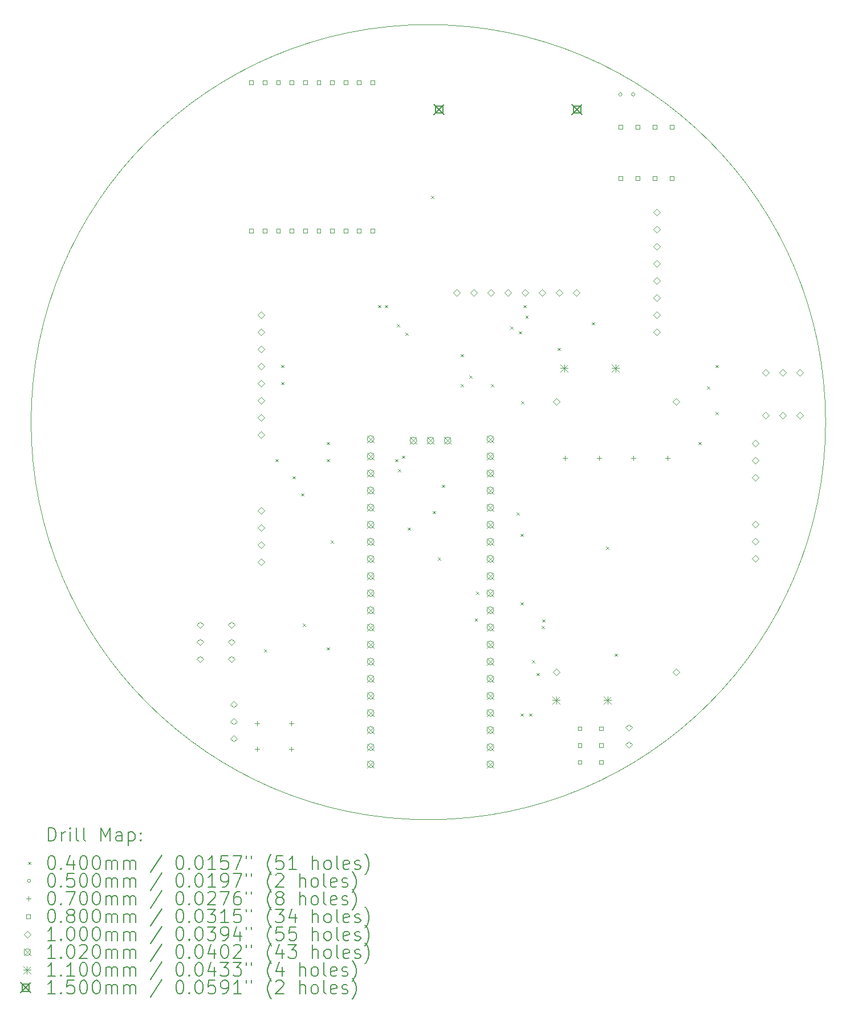
<source format=gbr>
%TF.GenerationSoftware,KiCad,Pcbnew,8.0.2*%
%TF.CreationDate,2024-09-21T01:35:32+02:00*%
%TF.ProjectId,liberocan1,6c696265-726f-4636-916e-312e6b696361,v1.2*%
%TF.SameCoordinates,Original*%
%TF.FileFunction,Drillmap*%
%TF.FilePolarity,Positive*%
%FSLAX45Y45*%
G04 Gerber Fmt 4.5, Leading zero omitted, Abs format (unit mm)*
G04 Created by KiCad (PCBNEW 8.0.2) date 2024-09-21 01:35:32*
%MOMM*%
%LPD*%
G01*
G04 APERTURE LIST*
%ADD10C,0.100000*%
%ADD11C,0.200000*%
%ADD12C,0.102000*%
%ADD13C,0.110000*%
%ADD14C,0.150000*%
G04 APERTURE END LIST*
D10*
X21081500Y-9436000D02*
G75*
G02*
X9281500Y-9436000I-5900000J0D01*
G01*
X9281500Y-9436000D02*
G75*
G02*
X21081500Y-9436000I5900000J0D01*
G01*
D11*
D10*
X12743500Y-12807000D02*
X12783500Y-12847000D01*
X12783500Y-12807000D02*
X12743500Y-12847000D01*
X12907500Y-9984000D02*
X12947500Y-10024000D01*
X12947500Y-9984000D02*
X12907500Y-10024000D01*
X12997500Y-8587000D02*
X13037500Y-8627000D01*
X13037500Y-8587000D02*
X12997500Y-8627000D01*
X12997500Y-8841000D02*
X13037500Y-8881000D01*
X13037500Y-8841000D02*
X12997500Y-8881000D01*
X13161500Y-10238000D02*
X13201500Y-10278000D01*
X13201500Y-10238000D02*
X13161500Y-10278000D01*
X13288500Y-10492000D02*
X13328500Y-10532000D01*
X13328500Y-10492000D02*
X13288500Y-10532000D01*
X13315000Y-12426000D02*
X13355000Y-12466000D01*
X13355000Y-12426000D02*
X13315000Y-12466000D01*
X13669500Y-9730000D02*
X13709500Y-9770000D01*
X13709500Y-9730000D02*
X13669500Y-9770000D01*
X13669500Y-9984000D02*
X13709500Y-10024000D01*
X13709500Y-9984000D02*
X13669500Y-10024000D01*
X13669500Y-12778000D02*
X13709500Y-12818000D01*
X13709500Y-12778000D02*
X13669500Y-12818000D01*
X13733000Y-11190500D02*
X13773000Y-11230500D01*
X13773000Y-11190500D02*
X13733000Y-11230500D01*
X14431500Y-7698000D02*
X14471500Y-7738000D01*
X14471500Y-7698000D02*
X14431500Y-7738000D01*
X14533100Y-7698000D02*
X14573100Y-7738000D01*
X14573100Y-7698000D02*
X14533100Y-7738000D01*
X14685500Y-9984000D02*
X14725500Y-10024000D01*
X14725500Y-9984000D02*
X14685500Y-10024000D01*
X14712000Y-7981000D02*
X14752000Y-8021000D01*
X14752000Y-7981000D02*
X14712000Y-8021000D01*
X14729520Y-10130480D02*
X14769520Y-10170480D01*
X14769520Y-10130480D02*
X14729520Y-10170480D01*
X14787100Y-9933200D02*
X14827100Y-9973200D01*
X14827100Y-9933200D02*
X14787100Y-9973200D01*
X14839000Y-8108000D02*
X14879000Y-8148000D01*
X14879000Y-8108000D02*
X14839000Y-8148000D01*
X14876000Y-11000000D02*
X14916000Y-11040000D01*
X14916000Y-11000000D02*
X14876000Y-11040000D01*
X15220000Y-6076000D02*
X15260000Y-6116000D01*
X15260000Y-6076000D02*
X15220000Y-6116000D01*
X15248050Y-10753210D02*
X15288050Y-10793210D01*
X15288050Y-10753210D02*
X15248050Y-10793210D01*
X15320500Y-11444500D02*
X15360500Y-11484500D01*
X15360500Y-11444500D02*
X15320500Y-11484500D01*
X15384000Y-10365000D02*
X15424000Y-10405000D01*
X15424000Y-10365000D02*
X15384000Y-10405000D01*
X15664500Y-8425500D02*
X15704500Y-8465500D01*
X15704500Y-8425500D02*
X15664500Y-8465500D01*
X15664500Y-8870000D02*
X15704500Y-8910000D01*
X15704500Y-8870000D02*
X15664500Y-8910000D01*
X15791500Y-8743000D02*
X15831500Y-8783000D01*
X15831500Y-8743000D02*
X15791500Y-8783000D01*
X15870550Y-12349800D02*
X15910550Y-12389800D01*
X15910550Y-12349800D02*
X15870550Y-12389800D01*
X15892000Y-11952500D02*
X15932000Y-11992500D01*
X15932000Y-11952500D02*
X15892000Y-11992500D01*
X16109000Y-8870000D02*
X16149000Y-8910000D01*
X16149000Y-8870000D02*
X16109000Y-8910000D01*
X16400000Y-8015500D02*
X16440000Y-8055500D01*
X16440000Y-8015500D02*
X16400000Y-8055500D01*
X16490000Y-10775000D02*
X16530000Y-10815000D01*
X16530000Y-10775000D02*
X16490000Y-10815000D01*
X16527000Y-8087950D02*
X16567000Y-8127950D01*
X16567000Y-8087950D02*
X16527000Y-8127950D01*
X16553500Y-11092500D02*
X16593500Y-11132500D01*
X16593500Y-11092500D02*
X16553500Y-11132500D01*
X16553500Y-12108500D02*
X16593500Y-12148500D01*
X16593500Y-12108500D02*
X16553500Y-12148500D01*
X16553500Y-13759500D02*
X16593500Y-13799500D01*
X16593500Y-13759500D02*
X16553500Y-13799500D01*
X16562450Y-9124000D02*
X16602450Y-9164000D01*
X16602450Y-9124000D02*
X16562450Y-9164000D01*
X16590500Y-7698000D02*
X16630500Y-7738000D01*
X16630500Y-7698000D02*
X16590500Y-7738000D01*
X16622250Y-7856750D02*
X16662250Y-7896750D01*
X16662250Y-7856750D02*
X16622250Y-7896750D01*
X16680500Y-13759500D02*
X16720500Y-13799500D01*
X16720500Y-13759500D02*
X16680500Y-13799500D01*
X16717500Y-12968500D02*
X16757500Y-13008500D01*
X16757500Y-12968500D02*
X16717500Y-13008500D01*
X16789950Y-13159000D02*
X16829950Y-13199000D01*
X16829950Y-13159000D02*
X16789950Y-13199000D01*
X16865920Y-12461560D02*
X16905920Y-12501560D01*
X16905920Y-12461560D02*
X16865920Y-12501560D01*
X16871000Y-12362500D02*
X16911000Y-12402500D01*
X16911000Y-12362500D02*
X16871000Y-12402500D01*
X17098500Y-8333000D02*
X17138500Y-8373000D01*
X17138500Y-8333000D02*
X17098500Y-8373000D01*
X17606500Y-7952000D02*
X17646500Y-7992000D01*
X17646500Y-7952000D02*
X17606500Y-7992000D01*
X17823500Y-11283000D02*
X17863500Y-11323000D01*
X17863500Y-11283000D02*
X17823500Y-11323000D01*
X17950500Y-12870500D02*
X17990500Y-12910500D01*
X17990500Y-12870500D02*
X17950500Y-12910500D01*
X19194000Y-9730000D02*
X19234000Y-9770000D01*
X19234000Y-9730000D02*
X19194000Y-9770000D01*
X19321000Y-8904500D02*
X19361000Y-8944500D01*
X19361000Y-8904500D02*
X19321000Y-8944500D01*
X19448000Y-8587000D02*
X19488000Y-8627000D01*
X19488000Y-8587000D02*
X19448000Y-8627000D01*
X19448000Y-9285500D02*
X19488000Y-9325500D01*
X19488000Y-9285500D02*
X19448000Y-9325500D01*
X18059000Y-4572000D02*
G75*
G02*
X18009000Y-4572000I-25000J0D01*
G01*
X18009000Y-4572000D02*
G75*
G02*
X18059000Y-4572000I25000J0D01*
G01*
X18249000Y-4572000D02*
G75*
G02*
X18199000Y-4572000I-25000J0D01*
G01*
X18199000Y-4572000D02*
G75*
G02*
X18249000Y-4572000I25000J0D01*
G01*
X12636500Y-13871500D02*
X12636500Y-13941500D01*
X12601500Y-13906500D02*
X12671500Y-13906500D01*
X12636500Y-14252500D02*
X12636500Y-14322500D01*
X12601500Y-14287500D02*
X12671500Y-14287500D01*
X13144500Y-13871500D02*
X13144500Y-13941500D01*
X13109500Y-13906500D02*
X13179500Y-13906500D01*
X13144500Y-14252500D02*
X13144500Y-14322500D01*
X13109500Y-14287500D02*
X13179500Y-14287500D01*
X17208500Y-9934500D02*
X17208500Y-10004500D01*
X17173500Y-9969500D02*
X17243500Y-9969500D01*
X17716500Y-9934500D02*
X17716500Y-10004500D01*
X17681500Y-9969500D02*
X17751500Y-9969500D01*
X18224500Y-9934500D02*
X18224500Y-10004500D01*
X18189500Y-9969500D02*
X18259500Y-9969500D01*
X18732500Y-9934500D02*
X18732500Y-10004500D01*
X18697500Y-9969500D02*
X18767500Y-9969500D01*
X12580284Y-4423785D02*
X12580284Y-4367216D01*
X12523715Y-4367216D01*
X12523715Y-4423785D01*
X12580284Y-4423785D01*
X12580284Y-6623784D02*
X12580284Y-6567215D01*
X12523715Y-6567215D01*
X12523715Y-6623784D01*
X12580284Y-6623784D01*
X12780284Y-4423785D02*
X12780284Y-4367216D01*
X12723715Y-4367216D01*
X12723715Y-4423785D01*
X12780284Y-4423785D01*
X12780284Y-6623784D02*
X12780284Y-6567215D01*
X12723715Y-6567215D01*
X12723715Y-6623784D01*
X12780284Y-6623784D01*
X12980284Y-4423785D02*
X12980284Y-4367216D01*
X12923715Y-4367216D01*
X12923715Y-4423785D01*
X12980284Y-4423785D01*
X12980284Y-6623784D02*
X12980284Y-6567215D01*
X12923715Y-6567215D01*
X12923715Y-6623784D01*
X12980284Y-6623784D01*
X13180284Y-4423785D02*
X13180284Y-4367216D01*
X13123715Y-4367216D01*
X13123715Y-4423785D01*
X13180284Y-4423785D01*
X13180284Y-6623784D02*
X13180284Y-6567215D01*
X13123715Y-6567215D01*
X13123715Y-6623784D01*
X13180284Y-6623784D01*
X13380284Y-4423785D02*
X13380284Y-4367216D01*
X13323715Y-4367216D01*
X13323715Y-4423785D01*
X13380284Y-4423785D01*
X13380284Y-6623784D02*
X13380284Y-6567215D01*
X13323715Y-6567215D01*
X13323715Y-6623784D01*
X13380284Y-6623784D01*
X13580284Y-4423785D02*
X13580284Y-4367216D01*
X13523715Y-4367216D01*
X13523715Y-4423785D01*
X13580284Y-4423785D01*
X13580284Y-6623784D02*
X13580284Y-6567215D01*
X13523715Y-6567215D01*
X13523715Y-6623784D01*
X13580284Y-6623784D01*
X13780284Y-4423785D02*
X13780284Y-4367216D01*
X13723715Y-4367216D01*
X13723715Y-4423785D01*
X13780284Y-4423785D01*
X13780284Y-6623784D02*
X13780284Y-6567215D01*
X13723715Y-6567215D01*
X13723715Y-6623784D01*
X13780284Y-6623784D01*
X13980284Y-4423785D02*
X13980284Y-4367216D01*
X13923715Y-4367216D01*
X13923715Y-4423785D01*
X13980284Y-4423785D01*
X13980284Y-6623784D02*
X13980284Y-6567215D01*
X13923715Y-6567215D01*
X13923715Y-6623784D01*
X13980284Y-6623784D01*
X14180284Y-4423785D02*
X14180284Y-4367216D01*
X14123715Y-4367216D01*
X14123715Y-4423785D01*
X14180284Y-4423785D01*
X14180284Y-6623784D02*
X14180284Y-6567215D01*
X14123715Y-6567215D01*
X14123715Y-6623784D01*
X14180284Y-6623784D01*
X14380284Y-4423785D02*
X14380284Y-4367216D01*
X14323715Y-4367216D01*
X14323715Y-4423785D01*
X14380284Y-4423785D01*
X14380284Y-6623784D02*
X14380284Y-6567215D01*
X14323715Y-6567215D01*
X14323715Y-6623784D01*
X14380284Y-6623784D01*
X17457785Y-14011534D02*
X17457785Y-13954965D01*
X17401216Y-13954965D01*
X17401216Y-14011534D01*
X17457785Y-14011534D01*
X17457785Y-14261534D02*
X17457785Y-14204965D01*
X17401216Y-14204965D01*
X17401216Y-14261534D01*
X17457785Y-14261534D01*
X17457785Y-14511534D02*
X17457785Y-14454965D01*
X17401216Y-14454965D01*
X17401216Y-14511534D01*
X17457785Y-14511534D01*
X17777785Y-14011534D02*
X17777785Y-13954965D01*
X17721216Y-13954965D01*
X17721216Y-14011534D01*
X17777785Y-14011534D01*
X17777785Y-14261534D02*
X17777785Y-14204965D01*
X17721216Y-14204965D01*
X17721216Y-14261534D01*
X17777785Y-14261534D01*
X17777785Y-14511534D02*
X17777785Y-14454965D01*
X17721216Y-14454965D01*
X17721216Y-14511534D01*
X17777785Y-14511534D01*
X18062285Y-5080285D02*
X18062285Y-5023716D01*
X18005716Y-5023716D01*
X18005716Y-5080285D01*
X18062285Y-5080285D01*
X18062285Y-5842284D02*
X18062285Y-5785715D01*
X18005716Y-5785715D01*
X18005716Y-5842284D01*
X18062285Y-5842284D01*
X18316285Y-5080285D02*
X18316285Y-5023716D01*
X18259716Y-5023716D01*
X18259716Y-5080285D01*
X18316285Y-5080285D01*
X18316285Y-5842284D02*
X18316285Y-5785715D01*
X18259716Y-5785715D01*
X18259716Y-5842284D01*
X18316285Y-5842284D01*
X18570285Y-5080285D02*
X18570285Y-5023716D01*
X18513716Y-5023716D01*
X18513716Y-5080285D01*
X18570285Y-5080285D01*
X18570285Y-5842284D02*
X18570285Y-5785715D01*
X18513716Y-5785715D01*
X18513716Y-5842284D01*
X18570285Y-5842284D01*
X18824285Y-5080285D02*
X18824285Y-5023716D01*
X18767716Y-5023716D01*
X18767716Y-5080285D01*
X18824285Y-5080285D01*
X18824285Y-5842284D02*
X18824285Y-5785715D01*
X18767716Y-5785715D01*
X18767716Y-5842284D01*
X18824285Y-5842284D01*
X11790500Y-12496000D02*
X11840500Y-12446000D01*
X11790500Y-12396000D01*
X11740500Y-12446000D01*
X11790500Y-12496000D01*
X11790500Y-12750000D02*
X11840500Y-12700000D01*
X11790500Y-12650000D01*
X11740500Y-12700000D01*
X11790500Y-12750000D01*
X11790500Y-13004000D02*
X11840500Y-12954000D01*
X11790500Y-12904000D01*
X11740500Y-12954000D01*
X11790500Y-13004000D01*
X12255500Y-12496000D02*
X12305500Y-12446000D01*
X12255500Y-12396000D01*
X12205500Y-12446000D01*
X12255500Y-12496000D01*
X12255500Y-12750000D02*
X12305500Y-12700000D01*
X12255500Y-12650000D01*
X12205500Y-12700000D01*
X12255500Y-12750000D01*
X12255500Y-13004000D02*
X12305500Y-12954000D01*
X12255500Y-12904000D01*
X12205500Y-12954000D01*
X12255500Y-13004000D01*
X12292500Y-13673500D02*
X12342500Y-13623500D01*
X12292500Y-13573500D01*
X12242500Y-13623500D01*
X12292500Y-13673500D01*
X12292500Y-13927500D02*
X12342500Y-13877500D01*
X12292500Y-13827500D01*
X12242500Y-13877500D01*
X12292500Y-13927500D01*
X12292500Y-14181500D02*
X12342500Y-14131500D01*
X12292500Y-14081500D01*
X12242500Y-14131500D01*
X12292500Y-14181500D01*
X12700000Y-7895000D02*
X12750000Y-7845000D01*
X12700000Y-7795000D01*
X12650000Y-7845000D01*
X12700000Y-7895000D01*
X12700000Y-8149000D02*
X12750000Y-8099000D01*
X12700000Y-8049000D01*
X12650000Y-8099000D01*
X12700000Y-8149000D01*
X12700000Y-8403000D02*
X12750000Y-8353000D01*
X12700000Y-8303000D01*
X12650000Y-8353000D01*
X12700000Y-8403000D01*
X12700000Y-8657000D02*
X12750000Y-8607000D01*
X12700000Y-8557000D01*
X12650000Y-8607000D01*
X12700000Y-8657000D01*
X12700000Y-8911000D02*
X12750000Y-8861000D01*
X12700000Y-8811000D01*
X12650000Y-8861000D01*
X12700000Y-8911000D01*
X12700000Y-9165000D02*
X12750000Y-9115000D01*
X12700000Y-9065000D01*
X12650000Y-9115000D01*
X12700000Y-9165000D01*
X12700000Y-9419000D02*
X12750000Y-9369000D01*
X12700000Y-9319000D01*
X12650000Y-9369000D01*
X12700000Y-9419000D01*
X12700000Y-9673000D02*
X12750000Y-9623000D01*
X12700000Y-9573000D01*
X12650000Y-9623000D01*
X12700000Y-9673000D01*
X12700000Y-10797500D02*
X12750000Y-10747500D01*
X12700000Y-10697500D01*
X12650000Y-10747500D01*
X12700000Y-10797500D01*
X12700000Y-11051500D02*
X12750000Y-11001500D01*
X12700000Y-10951500D01*
X12650000Y-11001500D01*
X12700000Y-11051500D01*
X12700000Y-11305500D02*
X12750000Y-11255500D01*
X12700000Y-11205500D01*
X12650000Y-11255500D01*
X12700000Y-11305500D01*
X12700000Y-11559500D02*
X12750000Y-11509500D01*
X12700000Y-11459500D01*
X12650000Y-11509500D01*
X12700000Y-11559500D01*
X15598500Y-7567500D02*
X15648500Y-7517500D01*
X15598500Y-7467500D01*
X15548500Y-7517500D01*
X15598500Y-7567500D01*
X15852500Y-7567500D02*
X15902500Y-7517500D01*
X15852500Y-7467500D01*
X15802500Y-7517500D01*
X15852500Y-7567500D01*
X16106500Y-7567500D02*
X16156500Y-7517500D01*
X16106500Y-7467500D01*
X16056500Y-7517500D01*
X16106500Y-7567500D01*
X16360500Y-7567500D02*
X16410500Y-7517500D01*
X16360500Y-7467500D01*
X16310500Y-7517500D01*
X16360500Y-7567500D01*
X16614500Y-7567500D02*
X16664500Y-7517500D01*
X16614500Y-7467500D01*
X16564500Y-7517500D01*
X16614500Y-7567500D01*
X16868500Y-7567500D02*
X16918500Y-7517500D01*
X16868500Y-7467500D01*
X16818500Y-7517500D01*
X16868500Y-7567500D01*
X17081500Y-9179400D02*
X17131500Y-9129400D01*
X17081500Y-9079400D01*
X17031500Y-9129400D01*
X17081500Y-9179400D01*
X17081500Y-13192600D02*
X17131500Y-13142600D01*
X17081500Y-13092600D01*
X17031500Y-13142600D01*
X17081500Y-13192600D01*
X17122500Y-7567500D02*
X17172500Y-7517500D01*
X17122500Y-7467500D01*
X17072500Y-7517500D01*
X17122500Y-7567500D01*
X17376500Y-7567500D02*
X17426500Y-7517500D01*
X17376500Y-7467500D01*
X17326500Y-7517500D01*
X17376500Y-7567500D01*
X18161000Y-14020000D02*
X18211000Y-13970000D01*
X18161000Y-13920000D01*
X18111000Y-13970000D01*
X18161000Y-14020000D01*
X18161000Y-14274000D02*
X18211000Y-14224000D01*
X18161000Y-14174000D01*
X18111000Y-14224000D01*
X18161000Y-14274000D01*
X18571000Y-6369000D02*
X18621000Y-6319000D01*
X18571000Y-6269000D01*
X18521000Y-6319000D01*
X18571000Y-6369000D01*
X18571000Y-6623000D02*
X18621000Y-6573000D01*
X18571000Y-6523000D01*
X18521000Y-6573000D01*
X18571000Y-6623000D01*
X18571000Y-6877000D02*
X18621000Y-6827000D01*
X18571000Y-6777000D01*
X18521000Y-6827000D01*
X18571000Y-6877000D01*
X18571000Y-7131000D02*
X18621000Y-7081000D01*
X18571000Y-7031000D01*
X18521000Y-7081000D01*
X18571000Y-7131000D01*
X18571000Y-7385000D02*
X18621000Y-7335000D01*
X18571000Y-7285000D01*
X18521000Y-7335000D01*
X18571000Y-7385000D01*
X18571000Y-7639000D02*
X18621000Y-7589000D01*
X18571000Y-7539000D01*
X18521000Y-7589000D01*
X18571000Y-7639000D01*
X18571000Y-7893000D02*
X18621000Y-7843000D01*
X18571000Y-7793000D01*
X18521000Y-7843000D01*
X18571000Y-7893000D01*
X18571000Y-8147000D02*
X18621000Y-8097000D01*
X18571000Y-8047000D01*
X18521000Y-8097000D01*
X18571000Y-8147000D01*
X18859500Y-9179400D02*
X18909500Y-9129400D01*
X18859500Y-9079400D01*
X18809500Y-9129400D01*
X18859500Y-9179400D01*
X18859500Y-13192600D02*
X18909500Y-13142600D01*
X18859500Y-13092600D01*
X18809500Y-13142600D01*
X18859500Y-13192600D01*
X20039500Y-9798500D02*
X20089500Y-9748500D01*
X20039500Y-9698500D01*
X19989500Y-9748500D01*
X20039500Y-9798500D01*
X20039500Y-10052500D02*
X20089500Y-10002500D01*
X20039500Y-9952500D01*
X19989500Y-10002500D01*
X20039500Y-10052500D01*
X20039500Y-10306500D02*
X20089500Y-10256500D01*
X20039500Y-10206500D01*
X19989500Y-10256500D01*
X20039500Y-10306500D01*
X20039500Y-11005000D02*
X20089500Y-10955000D01*
X20039500Y-10905000D01*
X19989500Y-10955000D01*
X20039500Y-11005000D01*
X20039500Y-11259000D02*
X20089500Y-11209000D01*
X20039500Y-11159000D01*
X19989500Y-11209000D01*
X20039500Y-11259000D01*
X20039500Y-11513000D02*
X20089500Y-11463000D01*
X20039500Y-11413000D01*
X19989500Y-11463000D01*
X20039500Y-11513000D01*
X20190000Y-9384500D02*
X20240000Y-9334500D01*
X20190000Y-9284500D01*
X20140000Y-9334500D01*
X20190000Y-9384500D01*
X20193000Y-8749500D02*
X20243000Y-8699500D01*
X20193000Y-8649500D01*
X20143000Y-8699500D01*
X20193000Y-8749500D01*
X20444000Y-9384500D02*
X20494000Y-9334500D01*
X20444000Y-9284500D01*
X20394000Y-9334500D01*
X20444000Y-9384500D01*
X20447000Y-8749500D02*
X20497000Y-8699500D01*
X20447000Y-8649500D01*
X20397000Y-8699500D01*
X20447000Y-8749500D01*
X20698000Y-9384500D02*
X20748000Y-9334500D01*
X20698000Y-9284500D01*
X20648000Y-9334500D01*
X20698000Y-9384500D01*
X20701000Y-8749500D02*
X20751000Y-8699500D01*
X20701000Y-8649500D01*
X20651000Y-8699500D01*
X20701000Y-8749500D01*
D12*
X14273500Y-9635500D02*
X14375500Y-9737500D01*
X14375500Y-9635500D02*
X14273500Y-9737500D01*
X14375500Y-9686500D02*
G75*
G02*
X14273500Y-9686500I-51000J0D01*
G01*
X14273500Y-9686500D02*
G75*
G02*
X14375500Y-9686500I51000J0D01*
G01*
X14273500Y-9889500D02*
X14375500Y-9991500D01*
X14375500Y-9889500D02*
X14273500Y-9991500D01*
X14375500Y-9940500D02*
G75*
G02*
X14273500Y-9940500I-51000J0D01*
G01*
X14273500Y-9940500D02*
G75*
G02*
X14375500Y-9940500I51000J0D01*
G01*
X14273500Y-10143500D02*
X14375500Y-10245500D01*
X14375500Y-10143500D02*
X14273500Y-10245500D01*
X14375500Y-10194500D02*
G75*
G02*
X14273500Y-10194500I-51000J0D01*
G01*
X14273500Y-10194500D02*
G75*
G02*
X14375500Y-10194500I51000J0D01*
G01*
X14273500Y-10397500D02*
X14375500Y-10499500D01*
X14375500Y-10397500D02*
X14273500Y-10499500D01*
X14375500Y-10448500D02*
G75*
G02*
X14273500Y-10448500I-51000J0D01*
G01*
X14273500Y-10448500D02*
G75*
G02*
X14375500Y-10448500I51000J0D01*
G01*
X14273500Y-10651500D02*
X14375500Y-10753500D01*
X14375500Y-10651500D02*
X14273500Y-10753500D01*
X14375500Y-10702500D02*
G75*
G02*
X14273500Y-10702500I-51000J0D01*
G01*
X14273500Y-10702500D02*
G75*
G02*
X14375500Y-10702500I51000J0D01*
G01*
X14273500Y-10905500D02*
X14375500Y-11007500D01*
X14375500Y-10905500D02*
X14273500Y-11007500D01*
X14375500Y-10956500D02*
G75*
G02*
X14273500Y-10956500I-51000J0D01*
G01*
X14273500Y-10956500D02*
G75*
G02*
X14375500Y-10956500I51000J0D01*
G01*
X14273500Y-11159500D02*
X14375500Y-11261500D01*
X14375500Y-11159500D02*
X14273500Y-11261500D01*
X14375500Y-11210500D02*
G75*
G02*
X14273500Y-11210500I-51000J0D01*
G01*
X14273500Y-11210500D02*
G75*
G02*
X14375500Y-11210500I51000J0D01*
G01*
X14273500Y-11413500D02*
X14375500Y-11515500D01*
X14375500Y-11413500D02*
X14273500Y-11515500D01*
X14375500Y-11464500D02*
G75*
G02*
X14273500Y-11464500I-51000J0D01*
G01*
X14273500Y-11464500D02*
G75*
G02*
X14375500Y-11464500I51000J0D01*
G01*
X14273500Y-11667500D02*
X14375500Y-11769500D01*
X14375500Y-11667500D02*
X14273500Y-11769500D01*
X14375500Y-11718500D02*
G75*
G02*
X14273500Y-11718500I-51000J0D01*
G01*
X14273500Y-11718500D02*
G75*
G02*
X14375500Y-11718500I51000J0D01*
G01*
X14273500Y-11921500D02*
X14375500Y-12023500D01*
X14375500Y-11921500D02*
X14273500Y-12023500D01*
X14375500Y-11972500D02*
G75*
G02*
X14273500Y-11972500I-51000J0D01*
G01*
X14273500Y-11972500D02*
G75*
G02*
X14375500Y-11972500I51000J0D01*
G01*
X14273500Y-12175500D02*
X14375500Y-12277500D01*
X14375500Y-12175500D02*
X14273500Y-12277500D01*
X14375500Y-12226500D02*
G75*
G02*
X14273500Y-12226500I-51000J0D01*
G01*
X14273500Y-12226500D02*
G75*
G02*
X14375500Y-12226500I51000J0D01*
G01*
X14273500Y-12429500D02*
X14375500Y-12531500D01*
X14375500Y-12429500D02*
X14273500Y-12531500D01*
X14375500Y-12480500D02*
G75*
G02*
X14273500Y-12480500I-51000J0D01*
G01*
X14273500Y-12480500D02*
G75*
G02*
X14375500Y-12480500I51000J0D01*
G01*
X14273500Y-12683500D02*
X14375500Y-12785500D01*
X14375500Y-12683500D02*
X14273500Y-12785500D01*
X14375500Y-12734500D02*
G75*
G02*
X14273500Y-12734500I-51000J0D01*
G01*
X14273500Y-12734500D02*
G75*
G02*
X14375500Y-12734500I51000J0D01*
G01*
X14273500Y-12937500D02*
X14375500Y-13039500D01*
X14375500Y-12937500D02*
X14273500Y-13039500D01*
X14375500Y-12988500D02*
G75*
G02*
X14273500Y-12988500I-51000J0D01*
G01*
X14273500Y-12988500D02*
G75*
G02*
X14375500Y-12988500I51000J0D01*
G01*
X14273500Y-13191500D02*
X14375500Y-13293500D01*
X14375500Y-13191500D02*
X14273500Y-13293500D01*
X14375500Y-13242500D02*
G75*
G02*
X14273500Y-13242500I-51000J0D01*
G01*
X14273500Y-13242500D02*
G75*
G02*
X14375500Y-13242500I51000J0D01*
G01*
X14273500Y-13445500D02*
X14375500Y-13547500D01*
X14375500Y-13445500D02*
X14273500Y-13547500D01*
X14375500Y-13496500D02*
G75*
G02*
X14273500Y-13496500I-51000J0D01*
G01*
X14273500Y-13496500D02*
G75*
G02*
X14375500Y-13496500I51000J0D01*
G01*
X14273500Y-13699500D02*
X14375500Y-13801500D01*
X14375500Y-13699500D02*
X14273500Y-13801500D01*
X14375500Y-13750500D02*
G75*
G02*
X14273500Y-13750500I-51000J0D01*
G01*
X14273500Y-13750500D02*
G75*
G02*
X14375500Y-13750500I51000J0D01*
G01*
X14273500Y-13953500D02*
X14375500Y-14055500D01*
X14375500Y-13953500D02*
X14273500Y-14055500D01*
X14375500Y-14004500D02*
G75*
G02*
X14273500Y-14004500I-51000J0D01*
G01*
X14273500Y-14004500D02*
G75*
G02*
X14375500Y-14004500I51000J0D01*
G01*
X14273500Y-14207500D02*
X14375500Y-14309500D01*
X14375500Y-14207500D02*
X14273500Y-14309500D01*
X14375500Y-14258500D02*
G75*
G02*
X14273500Y-14258500I-51000J0D01*
G01*
X14273500Y-14258500D02*
G75*
G02*
X14375500Y-14258500I51000J0D01*
G01*
X14273500Y-14461500D02*
X14375500Y-14563500D01*
X14375500Y-14461500D02*
X14273500Y-14563500D01*
X14375500Y-14512500D02*
G75*
G02*
X14273500Y-14512500I-51000J0D01*
G01*
X14273500Y-14512500D02*
G75*
G02*
X14375500Y-14512500I51000J0D01*
G01*
X14908500Y-9658500D02*
X15010500Y-9760500D01*
X15010500Y-9658500D02*
X14908500Y-9760500D01*
X15010500Y-9709500D02*
G75*
G02*
X14908500Y-9709500I-51000J0D01*
G01*
X14908500Y-9709500D02*
G75*
G02*
X15010500Y-9709500I51000J0D01*
G01*
X15162500Y-9658500D02*
X15264500Y-9760500D01*
X15264500Y-9658500D02*
X15162500Y-9760500D01*
X15264500Y-9709500D02*
G75*
G02*
X15162500Y-9709500I-51000J0D01*
G01*
X15162500Y-9709500D02*
G75*
G02*
X15264500Y-9709500I51000J0D01*
G01*
X15416500Y-9658500D02*
X15518500Y-9760500D01*
X15518500Y-9658500D02*
X15416500Y-9760500D01*
X15518500Y-9709500D02*
G75*
G02*
X15416500Y-9709500I-51000J0D01*
G01*
X15416500Y-9709500D02*
G75*
G02*
X15518500Y-9709500I51000J0D01*
G01*
X16051500Y-9635500D02*
X16153500Y-9737500D01*
X16153500Y-9635500D02*
X16051500Y-9737500D01*
X16153500Y-9686500D02*
G75*
G02*
X16051500Y-9686500I-51000J0D01*
G01*
X16051500Y-9686500D02*
G75*
G02*
X16153500Y-9686500I51000J0D01*
G01*
X16051500Y-9889500D02*
X16153500Y-9991500D01*
X16153500Y-9889500D02*
X16051500Y-9991500D01*
X16153500Y-9940500D02*
G75*
G02*
X16051500Y-9940500I-51000J0D01*
G01*
X16051500Y-9940500D02*
G75*
G02*
X16153500Y-9940500I51000J0D01*
G01*
X16051500Y-10143500D02*
X16153500Y-10245500D01*
X16153500Y-10143500D02*
X16051500Y-10245500D01*
X16153500Y-10194500D02*
G75*
G02*
X16051500Y-10194500I-51000J0D01*
G01*
X16051500Y-10194500D02*
G75*
G02*
X16153500Y-10194500I51000J0D01*
G01*
X16051500Y-10397500D02*
X16153500Y-10499500D01*
X16153500Y-10397500D02*
X16051500Y-10499500D01*
X16153500Y-10448500D02*
G75*
G02*
X16051500Y-10448500I-51000J0D01*
G01*
X16051500Y-10448500D02*
G75*
G02*
X16153500Y-10448500I51000J0D01*
G01*
X16051500Y-10651500D02*
X16153500Y-10753500D01*
X16153500Y-10651500D02*
X16051500Y-10753500D01*
X16153500Y-10702500D02*
G75*
G02*
X16051500Y-10702500I-51000J0D01*
G01*
X16051500Y-10702500D02*
G75*
G02*
X16153500Y-10702500I51000J0D01*
G01*
X16051500Y-10905500D02*
X16153500Y-11007500D01*
X16153500Y-10905500D02*
X16051500Y-11007500D01*
X16153500Y-10956500D02*
G75*
G02*
X16051500Y-10956500I-51000J0D01*
G01*
X16051500Y-10956500D02*
G75*
G02*
X16153500Y-10956500I51000J0D01*
G01*
X16051500Y-11159500D02*
X16153500Y-11261500D01*
X16153500Y-11159500D02*
X16051500Y-11261500D01*
X16153500Y-11210500D02*
G75*
G02*
X16051500Y-11210500I-51000J0D01*
G01*
X16051500Y-11210500D02*
G75*
G02*
X16153500Y-11210500I51000J0D01*
G01*
X16051500Y-11413500D02*
X16153500Y-11515500D01*
X16153500Y-11413500D02*
X16051500Y-11515500D01*
X16153500Y-11464500D02*
G75*
G02*
X16051500Y-11464500I-51000J0D01*
G01*
X16051500Y-11464500D02*
G75*
G02*
X16153500Y-11464500I51000J0D01*
G01*
X16051500Y-11667500D02*
X16153500Y-11769500D01*
X16153500Y-11667500D02*
X16051500Y-11769500D01*
X16153500Y-11718500D02*
G75*
G02*
X16051500Y-11718500I-51000J0D01*
G01*
X16051500Y-11718500D02*
G75*
G02*
X16153500Y-11718500I51000J0D01*
G01*
X16051500Y-11921500D02*
X16153500Y-12023500D01*
X16153500Y-11921500D02*
X16051500Y-12023500D01*
X16153500Y-11972500D02*
G75*
G02*
X16051500Y-11972500I-51000J0D01*
G01*
X16051500Y-11972500D02*
G75*
G02*
X16153500Y-11972500I51000J0D01*
G01*
X16051500Y-12175500D02*
X16153500Y-12277500D01*
X16153500Y-12175500D02*
X16051500Y-12277500D01*
X16153500Y-12226500D02*
G75*
G02*
X16051500Y-12226500I-51000J0D01*
G01*
X16051500Y-12226500D02*
G75*
G02*
X16153500Y-12226500I51000J0D01*
G01*
X16051500Y-12429500D02*
X16153500Y-12531500D01*
X16153500Y-12429500D02*
X16051500Y-12531500D01*
X16153500Y-12480500D02*
G75*
G02*
X16051500Y-12480500I-51000J0D01*
G01*
X16051500Y-12480500D02*
G75*
G02*
X16153500Y-12480500I51000J0D01*
G01*
X16051500Y-12683500D02*
X16153500Y-12785500D01*
X16153500Y-12683500D02*
X16051500Y-12785500D01*
X16153500Y-12734500D02*
G75*
G02*
X16051500Y-12734500I-51000J0D01*
G01*
X16051500Y-12734500D02*
G75*
G02*
X16153500Y-12734500I51000J0D01*
G01*
X16051500Y-12937500D02*
X16153500Y-13039500D01*
X16153500Y-12937500D02*
X16051500Y-13039500D01*
X16153500Y-12988500D02*
G75*
G02*
X16051500Y-12988500I-51000J0D01*
G01*
X16051500Y-12988500D02*
G75*
G02*
X16153500Y-12988500I51000J0D01*
G01*
X16051500Y-13191500D02*
X16153500Y-13293500D01*
X16153500Y-13191500D02*
X16051500Y-13293500D01*
X16153500Y-13242500D02*
G75*
G02*
X16051500Y-13242500I-51000J0D01*
G01*
X16051500Y-13242500D02*
G75*
G02*
X16153500Y-13242500I51000J0D01*
G01*
X16051500Y-13445500D02*
X16153500Y-13547500D01*
X16153500Y-13445500D02*
X16051500Y-13547500D01*
X16153500Y-13496500D02*
G75*
G02*
X16051500Y-13496500I-51000J0D01*
G01*
X16051500Y-13496500D02*
G75*
G02*
X16153500Y-13496500I51000J0D01*
G01*
X16051500Y-13699500D02*
X16153500Y-13801500D01*
X16153500Y-13699500D02*
X16051500Y-13801500D01*
X16153500Y-13750500D02*
G75*
G02*
X16051500Y-13750500I-51000J0D01*
G01*
X16051500Y-13750500D02*
G75*
G02*
X16153500Y-13750500I51000J0D01*
G01*
X16051500Y-13953500D02*
X16153500Y-14055500D01*
X16153500Y-13953500D02*
X16051500Y-14055500D01*
X16153500Y-14004500D02*
G75*
G02*
X16051500Y-14004500I-51000J0D01*
G01*
X16051500Y-14004500D02*
G75*
G02*
X16153500Y-14004500I51000J0D01*
G01*
X16051500Y-14207500D02*
X16153500Y-14309500D01*
X16153500Y-14207500D02*
X16051500Y-14309500D01*
X16153500Y-14258500D02*
G75*
G02*
X16051500Y-14258500I-51000J0D01*
G01*
X16051500Y-14258500D02*
G75*
G02*
X16153500Y-14258500I51000J0D01*
G01*
X16051500Y-14461500D02*
X16153500Y-14563500D01*
X16153500Y-14461500D02*
X16051500Y-14563500D01*
X16153500Y-14512500D02*
G75*
G02*
X16051500Y-14512500I-51000J0D01*
G01*
X16051500Y-14512500D02*
G75*
G02*
X16153500Y-14512500I51000J0D01*
G01*
D13*
X17026500Y-13505000D02*
X17136500Y-13615000D01*
X17136500Y-13505000D02*
X17026500Y-13615000D01*
X17081500Y-13505000D02*
X17081500Y-13615000D01*
X17026500Y-13560000D02*
X17136500Y-13560000D01*
X17145500Y-8581000D02*
X17255500Y-8691000D01*
X17255500Y-8581000D02*
X17145500Y-8691000D01*
X17200500Y-8581000D02*
X17200500Y-8691000D01*
X17145500Y-8636000D02*
X17255500Y-8636000D01*
X17788500Y-13505000D02*
X17898500Y-13615000D01*
X17898500Y-13505000D02*
X17788500Y-13615000D01*
X17843500Y-13505000D02*
X17843500Y-13615000D01*
X17788500Y-13560000D02*
X17898500Y-13560000D01*
X17907500Y-8581000D02*
X18017500Y-8691000D01*
X18017500Y-8581000D02*
X17907500Y-8691000D01*
X17962500Y-8581000D02*
X17962500Y-8691000D01*
X17907500Y-8636000D02*
X18017500Y-8636000D01*
D14*
X15267000Y-4722000D02*
X15417000Y-4872000D01*
X15417000Y-4722000D02*
X15267000Y-4872000D01*
X15395033Y-4850034D02*
X15395033Y-4743967D01*
X15288966Y-4743967D01*
X15288966Y-4850034D01*
X15395033Y-4850034D01*
X17316000Y-4722000D02*
X17466000Y-4872000D01*
X17466000Y-4722000D02*
X17316000Y-4872000D01*
X17444034Y-4850034D02*
X17444034Y-4743967D01*
X17337967Y-4743967D01*
X17337967Y-4850034D01*
X17444034Y-4850034D01*
D11*
X9537277Y-15652484D02*
X9537277Y-15452484D01*
X9537277Y-15452484D02*
X9584896Y-15452484D01*
X9584896Y-15452484D02*
X9613467Y-15462008D01*
X9613467Y-15462008D02*
X9632515Y-15481055D01*
X9632515Y-15481055D02*
X9642039Y-15500103D01*
X9642039Y-15500103D02*
X9651563Y-15538198D01*
X9651563Y-15538198D02*
X9651563Y-15566769D01*
X9651563Y-15566769D02*
X9642039Y-15604865D01*
X9642039Y-15604865D02*
X9632515Y-15623912D01*
X9632515Y-15623912D02*
X9613467Y-15642960D01*
X9613467Y-15642960D02*
X9584896Y-15652484D01*
X9584896Y-15652484D02*
X9537277Y-15652484D01*
X9737277Y-15652484D02*
X9737277Y-15519150D01*
X9737277Y-15557246D02*
X9746801Y-15538198D01*
X9746801Y-15538198D02*
X9756324Y-15528674D01*
X9756324Y-15528674D02*
X9775372Y-15519150D01*
X9775372Y-15519150D02*
X9794420Y-15519150D01*
X9861086Y-15652484D02*
X9861086Y-15519150D01*
X9861086Y-15452484D02*
X9851563Y-15462008D01*
X9851563Y-15462008D02*
X9861086Y-15471531D01*
X9861086Y-15471531D02*
X9870610Y-15462008D01*
X9870610Y-15462008D02*
X9861086Y-15452484D01*
X9861086Y-15452484D02*
X9861086Y-15471531D01*
X9984896Y-15652484D02*
X9965848Y-15642960D01*
X9965848Y-15642960D02*
X9956324Y-15623912D01*
X9956324Y-15623912D02*
X9956324Y-15452484D01*
X10089658Y-15652484D02*
X10070610Y-15642960D01*
X10070610Y-15642960D02*
X10061086Y-15623912D01*
X10061086Y-15623912D02*
X10061086Y-15452484D01*
X10318229Y-15652484D02*
X10318229Y-15452484D01*
X10318229Y-15452484D02*
X10384896Y-15595341D01*
X10384896Y-15595341D02*
X10451563Y-15452484D01*
X10451563Y-15452484D02*
X10451563Y-15652484D01*
X10632515Y-15652484D02*
X10632515Y-15547722D01*
X10632515Y-15547722D02*
X10622991Y-15528674D01*
X10622991Y-15528674D02*
X10603944Y-15519150D01*
X10603944Y-15519150D02*
X10565848Y-15519150D01*
X10565848Y-15519150D02*
X10546801Y-15528674D01*
X10632515Y-15642960D02*
X10613467Y-15652484D01*
X10613467Y-15652484D02*
X10565848Y-15652484D01*
X10565848Y-15652484D02*
X10546801Y-15642960D01*
X10546801Y-15642960D02*
X10537277Y-15623912D01*
X10537277Y-15623912D02*
X10537277Y-15604865D01*
X10537277Y-15604865D02*
X10546801Y-15585817D01*
X10546801Y-15585817D02*
X10565848Y-15576293D01*
X10565848Y-15576293D02*
X10613467Y-15576293D01*
X10613467Y-15576293D02*
X10632515Y-15566769D01*
X10727753Y-15519150D02*
X10727753Y-15719150D01*
X10727753Y-15528674D02*
X10746801Y-15519150D01*
X10746801Y-15519150D02*
X10784896Y-15519150D01*
X10784896Y-15519150D02*
X10803944Y-15528674D01*
X10803944Y-15528674D02*
X10813467Y-15538198D01*
X10813467Y-15538198D02*
X10822991Y-15557246D01*
X10822991Y-15557246D02*
X10822991Y-15614388D01*
X10822991Y-15614388D02*
X10813467Y-15633436D01*
X10813467Y-15633436D02*
X10803944Y-15642960D01*
X10803944Y-15642960D02*
X10784896Y-15652484D01*
X10784896Y-15652484D02*
X10746801Y-15652484D01*
X10746801Y-15652484D02*
X10727753Y-15642960D01*
X10908705Y-15633436D02*
X10918229Y-15642960D01*
X10918229Y-15642960D02*
X10908705Y-15652484D01*
X10908705Y-15652484D02*
X10899182Y-15642960D01*
X10899182Y-15642960D02*
X10908705Y-15633436D01*
X10908705Y-15633436D02*
X10908705Y-15652484D01*
X10908705Y-15528674D02*
X10918229Y-15538198D01*
X10918229Y-15538198D02*
X10908705Y-15547722D01*
X10908705Y-15547722D02*
X10899182Y-15538198D01*
X10899182Y-15538198D02*
X10908705Y-15528674D01*
X10908705Y-15528674D02*
X10908705Y-15547722D01*
D10*
X9236500Y-15961000D02*
X9276500Y-16001000D01*
X9276500Y-15961000D02*
X9236500Y-16001000D01*
D11*
X9575372Y-15872484D02*
X9594420Y-15872484D01*
X9594420Y-15872484D02*
X9613467Y-15882008D01*
X9613467Y-15882008D02*
X9622991Y-15891531D01*
X9622991Y-15891531D02*
X9632515Y-15910579D01*
X9632515Y-15910579D02*
X9642039Y-15948674D01*
X9642039Y-15948674D02*
X9642039Y-15996293D01*
X9642039Y-15996293D02*
X9632515Y-16034388D01*
X9632515Y-16034388D02*
X9622991Y-16053436D01*
X9622991Y-16053436D02*
X9613467Y-16062960D01*
X9613467Y-16062960D02*
X9594420Y-16072484D01*
X9594420Y-16072484D02*
X9575372Y-16072484D01*
X9575372Y-16072484D02*
X9556324Y-16062960D01*
X9556324Y-16062960D02*
X9546801Y-16053436D01*
X9546801Y-16053436D02*
X9537277Y-16034388D01*
X9537277Y-16034388D02*
X9527753Y-15996293D01*
X9527753Y-15996293D02*
X9527753Y-15948674D01*
X9527753Y-15948674D02*
X9537277Y-15910579D01*
X9537277Y-15910579D02*
X9546801Y-15891531D01*
X9546801Y-15891531D02*
X9556324Y-15882008D01*
X9556324Y-15882008D02*
X9575372Y-15872484D01*
X9727753Y-16053436D02*
X9737277Y-16062960D01*
X9737277Y-16062960D02*
X9727753Y-16072484D01*
X9727753Y-16072484D02*
X9718229Y-16062960D01*
X9718229Y-16062960D02*
X9727753Y-16053436D01*
X9727753Y-16053436D02*
X9727753Y-16072484D01*
X9908705Y-15939150D02*
X9908705Y-16072484D01*
X9861086Y-15862960D02*
X9813467Y-16005817D01*
X9813467Y-16005817D02*
X9937277Y-16005817D01*
X10051563Y-15872484D02*
X10070610Y-15872484D01*
X10070610Y-15872484D02*
X10089658Y-15882008D01*
X10089658Y-15882008D02*
X10099182Y-15891531D01*
X10099182Y-15891531D02*
X10108705Y-15910579D01*
X10108705Y-15910579D02*
X10118229Y-15948674D01*
X10118229Y-15948674D02*
X10118229Y-15996293D01*
X10118229Y-15996293D02*
X10108705Y-16034388D01*
X10108705Y-16034388D02*
X10099182Y-16053436D01*
X10099182Y-16053436D02*
X10089658Y-16062960D01*
X10089658Y-16062960D02*
X10070610Y-16072484D01*
X10070610Y-16072484D02*
X10051563Y-16072484D01*
X10051563Y-16072484D02*
X10032515Y-16062960D01*
X10032515Y-16062960D02*
X10022991Y-16053436D01*
X10022991Y-16053436D02*
X10013467Y-16034388D01*
X10013467Y-16034388D02*
X10003944Y-15996293D01*
X10003944Y-15996293D02*
X10003944Y-15948674D01*
X10003944Y-15948674D02*
X10013467Y-15910579D01*
X10013467Y-15910579D02*
X10022991Y-15891531D01*
X10022991Y-15891531D02*
X10032515Y-15882008D01*
X10032515Y-15882008D02*
X10051563Y-15872484D01*
X10242039Y-15872484D02*
X10261086Y-15872484D01*
X10261086Y-15872484D02*
X10280134Y-15882008D01*
X10280134Y-15882008D02*
X10289658Y-15891531D01*
X10289658Y-15891531D02*
X10299182Y-15910579D01*
X10299182Y-15910579D02*
X10308705Y-15948674D01*
X10308705Y-15948674D02*
X10308705Y-15996293D01*
X10308705Y-15996293D02*
X10299182Y-16034388D01*
X10299182Y-16034388D02*
X10289658Y-16053436D01*
X10289658Y-16053436D02*
X10280134Y-16062960D01*
X10280134Y-16062960D02*
X10261086Y-16072484D01*
X10261086Y-16072484D02*
X10242039Y-16072484D01*
X10242039Y-16072484D02*
X10222991Y-16062960D01*
X10222991Y-16062960D02*
X10213467Y-16053436D01*
X10213467Y-16053436D02*
X10203944Y-16034388D01*
X10203944Y-16034388D02*
X10194420Y-15996293D01*
X10194420Y-15996293D02*
X10194420Y-15948674D01*
X10194420Y-15948674D02*
X10203944Y-15910579D01*
X10203944Y-15910579D02*
X10213467Y-15891531D01*
X10213467Y-15891531D02*
X10222991Y-15882008D01*
X10222991Y-15882008D02*
X10242039Y-15872484D01*
X10394420Y-16072484D02*
X10394420Y-15939150D01*
X10394420Y-15958198D02*
X10403944Y-15948674D01*
X10403944Y-15948674D02*
X10422991Y-15939150D01*
X10422991Y-15939150D02*
X10451563Y-15939150D01*
X10451563Y-15939150D02*
X10470610Y-15948674D01*
X10470610Y-15948674D02*
X10480134Y-15967722D01*
X10480134Y-15967722D02*
X10480134Y-16072484D01*
X10480134Y-15967722D02*
X10489658Y-15948674D01*
X10489658Y-15948674D02*
X10508705Y-15939150D01*
X10508705Y-15939150D02*
X10537277Y-15939150D01*
X10537277Y-15939150D02*
X10556325Y-15948674D01*
X10556325Y-15948674D02*
X10565848Y-15967722D01*
X10565848Y-15967722D02*
X10565848Y-16072484D01*
X10661086Y-16072484D02*
X10661086Y-15939150D01*
X10661086Y-15958198D02*
X10670610Y-15948674D01*
X10670610Y-15948674D02*
X10689658Y-15939150D01*
X10689658Y-15939150D02*
X10718229Y-15939150D01*
X10718229Y-15939150D02*
X10737277Y-15948674D01*
X10737277Y-15948674D02*
X10746801Y-15967722D01*
X10746801Y-15967722D02*
X10746801Y-16072484D01*
X10746801Y-15967722D02*
X10756325Y-15948674D01*
X10756325Y-15948674D02*
X10775372Y-15939150D01*
X10775372Y-15939150D02*
X10803944Y-15939150D01*
X10803944Y-15939150D02*
X10822991Y-15948674D01*
X10822991Y-15948674D02*
X10832515Y-15967722D01*
X10832515Y-15967722D02*
X10832515Y-16072484D01*
X11222991Y-15862960D02*
X11051563Y-16120103D01*
X11480134Y-15872484D02*
X11499182Y-15872484D01*
X11499182Y-15872484D02*
X11518229Y-15882008D01*
X11518229Y-15882008D02*
X11527753Y-15891531D01*
X11527753Y-15891531D02*
X11537277Y-15910579D01*
X11537277Y-15910579D02*
X11546801Y-15948674D01*
X11546801Y-15948674D02*
X11546801Y-15996293D01*
X11546801Y-15996293D02*
X11537277Y-16034388D01*
X11537277Y-16034388D02*
X11527753Y-16053436D01*
X11527753Y-16053436D02*
X11518229Y-16062960D01*
X11518229Y-16062960D02*
X11499182Y-16072484D01*
X11499182Y-16072484D02*
X11480134Y-16072484D01*
X11480134Y-16072484D02*
X11461086Y-16062960D01*
X11461086Y-16062960D02*
X11451563Y-16053436D01*
X11451563Y-16053436D02*
X11442039Y-16034388D01*
X11442039Y-16034388D02*
X11432515Y-15996293D01*
X11432515Y-15996293D02*
X11432515Y-15948674D01*
X11432515Y-15948674D02*
X11442039Y-15910579D01*
X11442039Y-15910579D02*
X11451563Y-15891531D01*
X11451563Y-15891531D02*
X11461086Y-15882008D01*
X11461086Y-15882008D02*
X11480134Y-15872484D01*
X11632515Y-16053436D02*
X11642039Y-16062960D01*
X11642039Y-16062960D02*
X11632515Y-16072484D01*
X11632515Y-16072484D02*
X11622991Y-16062960D01*
X11622991Y-16062960D02*
X11632515Y-16053436D01*
X11632515Y-16053436D02*
X11632515Y-16072484D01*
X11765848Y-15872484D02*
X11784896Y-15872484D01*
X11784896Y-15872484D02*
X11803944Y-15882008D01*
X11803944Y-15882008D02*
X11813467Y-15891531D01*
X11813467Y-15891531D02*
X11822991Y-15910579D01*
X11822991Y-15910579D02*
X11832515Y-15948674D01*
X11832515Y-15948674D02*
X11832515Y-15996293D01*
X11832515Y-15996293D02*
X11822991Y-16034388D01*
X11822991Y-16034388D02*
X11813467Y-16053436D01*
X11813467Y-16053436D02*
X11803944Y-16062960D01*
X11803944Y-16062960D02*
X11784896Y-16072484D01*
X11784896Y-16072484D02*
X11765848Y-16072484D01*
X11765848Y-16072484D02*
X11746801Y-16062960D01*
X11746801Y-16062960D02*
X11737277Y-16053436D01*
X11737277Y-16053436D02*
X11727753Y-16034388D01*
X11727753Y-16034388D02*
X11718229Y-15996293D01*
X11718229Y-15996293D02*
X11718229Y-15948674D01*
X11718229Y-15948674D02*
X11727753Y-15910579D01*
X11727753Y-15910579D02*
X11737277Y-15891531D01*
X11737277Y-15891531D02*
X11746801Y-15882008D01*
X11746801Y-15882008D02*
X11765848Y-15872484D01*
X12022991Y-16072484D02*
X11908706Y-16072484D01*
X11965848Y-16072484D02*
X11965848Y-15872484D01*
X11965848Y-15872484D02*
X11946801Y-15901055D01*
X11946801Y-15901055D02*
X11927753Y-15920103D01*
X11927753Y-15920103D02*
X11908706Y-15929627D01*
X12203944Y-15872484D02*
X12108706Y-15872484D01*
X12108706Y-15872484D02*
X12099182Y-15967722D01*
X12099182Y-15967722D02*
X12108706Y-15958198D01*
X12108706Y-15958198D02*
X12127753Y-15948674D01*
X12127753Y-15948674D02*
X12175372Y-15948674D01*
X12175372Y-15948674D02*
X12194420Y-15958198D01*
X12194420Y-15958198D02*
X12203944Y-15967722D01*
X12203944Y-15967722D02*
X12213467Y-15986769D01*
X12213467Y-15986769D02*
X12213467Y-16034388D01*
X12213467Y-16034388D02*
X12203944Y-16053436D01*
X12203944Y-16053436D02*
X12194420Y-16062960D01*
X12194420Y-16062960D02*
X12175372Y-16072484D01*
X12175372Y-16072484D02*
X12127753Y-16072484D01*
X12127753Y-16072484D02*
X12108706Y-16062960D01*
X12108706Y-16062960D02*
X12099182Y-16053436D01*
X12280134Y-15872484D02*
X12413467Y-15872484D01*
X12413467Y-15872484D02*
X12327753Y-16072484D01*
X12480134Y-15872484D02*
X12480134Y-15910579D01*
X12556325Y-15872484D02*
X12556325Y-15910579D01*
X12851563Y-16148674D02*
X12842039Y-16139150D01*
X12842039Y-16139150D02*
X12822991Y-16110579D01*
X12822991Y-16110579D02*
X12813468Y-16091531D01*
X12813468Y-16091531D02*
X12803944Y-16062960D01*
X12803944Y-16062960D02*
X12794420Y-16015341D01*
X12794420Y-16015341D02*
X12794420Y-15977246D01*
X12794420Y-15977246D02*
X12803944Y-15929627D01*
X12803944Y-15929627D02*
X12813468Y-15901055D01*
X12813468Y-15901055D02*
X12822991Y-15882008D01*
X12822991Y-15882008D02*
X12842039Y-15853436D01*
X12842039Y-15853436D02*
X12851563Y-15843912D01*
X13022991Y-15872484D02*
X12927753Y-15872484D01*
X12927753Y-15872484D02*
X12918229Y-15967722D01*
X12918229Y-15967722D02*
X12927753Y-15958198D01*
X12927753Y-15958198D02*
X12946801Y-15948674D01*
X12946801Y-15948674D02*
X12994420Y-15948674D01*
X12994420Y-15948674D02*
X13013468Y-15958198D01*
X13013468Y-15958198D02*
X13022991Y-15967722D01*
X13022991Y-15967722D02*
X13032515Y-15986769D01*
X13032515Y-15986769D02*
X13032515Y-16034388D01*
X13032515Y-16034388D02*
X13022991Y-16053436D01*
X13022991Y-16053436D02*
X13013468Y-16062960D01*
X13013468Y-16062960D02*
X12994420Y-16072484D01*
X12994420Y-16072484D02*
X12946801Y-16072484D01*
X12946801Y-16072484D02*
X12927753Y-16062960D01*
X12927753Y-16062960D02*
X12918229Y-16053436D01*
X13222991Y-16072484D02*
X13108706Y-16072484D01*
X13165848Y-16072484D02*
X13165848Y-15872484D01*
X13165848Y-15872484D02*
X13146801Y-15901055D01*
X13146801Y-15901055D02*
X13127753Y-15920103D01*
X13127753Y-15920103D02*
X13108706Y-15929627D01*
X13461087Y-16072484D02*
X13461087Y-15872484D01*
X13546801Y-16072484D02*
X13546801Y-15967722D01*
X13546801Y-15967722D02*
X13537277Y-15948674D01*
X13537277Y-15948674D02*
X13518230Y-15939150D01*
X13518230Y-15939150D02*
X13489658Y-15939150D01*
X13489658Y-15939150D02*
X13470610Y-15948674D01*
X13470610Y-15948674D02*
X13461087Y-15958198D01*
X13670610Y-16072484D02*
X13651563Y-16062960D01*
X13651563Y-16062960D02*
X13642039Y-16053436D01*
X13642039Y-16053436D02*
X13632515Y-16034388D01*
X13632515Y-16034388D02*
X13632515Y-15977246D01*
X13632515Y-15977246D02*
X13642039Y-15958198D01*
X13642039Y-15958198D02*
X13651563Y-15948674D01*
X13651563Y-15948674D02*
X13670610Y-15939150D01*
X13670610Y-15939150D02*
X13699182Y-15939150D01*
X13699182Y-15939150D02*
X13718230Y-15948674D01*
X13718230Y-15948674D02*
X13727753Y-15958198D01*
X13727753Y-15958198D02*
X13737277Y-15977246D01*
X13737277Y-15977246D02*
X13737277Y-16034388D01*
X13737277Y-16034388D02*
X13727753Y-16053436D01*
X13727753Y-16053436D02*
X13718230Y-16062960D01*
X13718230Y-16062960D02*
X13699182Y-16072484D01*
X13699182Y-16072484D02*
X13670610Y-16072484D01*
X13851563Y-16072484D02*
X13832515Y-16062960D01*
X13832515Y-16062960D02*
X13822991Y-16043912D01*
X13822991Y-16043912D02*
X13822991Y-15872484D01*
X14003944Y-16062960D02*
X13984896Y-16072484D01*
X13984896Y-16072484D02*
X13946801Y-16072484D01*
X13946801Y-16072484D02*
X13927753Y-16062960D01*
X13927753Y-16062960D02*
X13918230Y-16043912D01*
X13918230Y-16043912D02*
X13918230Y-15967722D01*
X13918230Y-15967722D02*
X13927753Y-15948674D01*
X13927753Y-15948674D02*
X13946801Y-15939150D01*
X13946801Y-15939150D02*
X13984896Y-15939150D01*
X13984896Y-15939150D02*
X14003944Y-15948674D01*
X14003944Y-15948674D02*
X14013468Y-15967722D01*
X14013468Y-15967722D02*
X14013468Y-15986769D01*
X14013468Y-15986769D02*
X13918230Y-16005817D01*
X14089658Y-16062960D02*
X14108706Y-16072484D01*
X14108706Y-16072484D02*
X14146801Y-16072484D01*
X14146801Y-16072484D02*
X14165849Y-16062960D01*
X14165849Y-16062960D02*
X14175372Y-16043912D01*
X14175372Y-16043912D02*
X14175372Y-16034388D01*
X14175372Y-16034388D02*
X14165849Y-16015341D01*
X14165849Y-16015341D02*
X14146801Y-16005817D01*
X14146801Y-16005817D02*
X14118230Y-16005817D01*
X14118230Y-16005817D02*
X14099182Y-15996293D01*
X14099182Y-15996293D02*
X14089658Y-15977246D01*
X14089658Y-15977246D02*
X14089658Y-15967722D01*
X14089658Y-15967722D02*
X14099182Y-15948674D01*
X14099182Y-15948674D02*
X14118230Y-15939150D01*
X14118230Y-15939150D02*
X14146801Y-15939150D01*
X14146801Y-15939150D02*
X14165849Y-15948674D01*
X14242039Y-16148674D02*
X14251563Y-16139150D01*
X14251563Y-16139150D02*
X14270611Y-16110579D01*
X14270611Y-16110579D02*
X14280134Y-16091531D01*
X14280134Y-16091531D02*
X14289658Y-16062960D01*
X14289658Y-16062960D02*
X14299182Y-16015341D01*
X14299182Y-16015341D02*
X14299182Y-15977246D01*
X14299182Y-15977246D02*
X14289658Y-15929627D01*
X14289658Y-15929627D02*
X14280134Y-15901055D01*
X14280134Y-15901055D02*
X14270611Y-15882008D01*
X14270611Y-15882008D02*
X14251563Y-15853436D01*
X14251563Y-15853436D02*
X14242039Y-15843912D01*
D10*
X9276500Y-16245000D02*
G75*
G02*
X9226500Y-16245000I-25000J0D01*
G01*
X9226500Y-16245000D02*
G75*
G02*
X9276500Y-16245000I25000J0D01*
G01*
D11*
X9575372Y-16136484D02*
X9594420Y-16136484D01*
X9594420Y-16136484D02*
X9613467Y-16146008D01*
X9613467Y-16146008D02*
X9622991Y-16155531D01*
X9622991Y-16155531D02*
X9632515Y-16174579D01*
X9632515Y-16174579D02*
X9642039Y-16212674D01*
X9642039Y-16212674D02*
X9642039Y-16260293D01*
X9642039Y-16260293D02*
X9632515Y-16298388D01*
X9632515Y-16298388D02*
X9622991Y-16317436D01*
X9622991Y-16317436D02*
X9613467Y-16326960D01*
X9613467Y-16326960D02*
X9594420Y-16336484D01*
X9594420Y-16336484D02*
X9575372Y-16336484D01*
X9575372Y-16336484D02*
X9556324Y-16326960D01*
X9556324Y-16326960D02*
X9546801Y-16317436D01*
X9546801Y-16317436D02*
X9537277Y-16298388D01*
X9537277Y-16298388D02*
X9527753Y-16260293D01*
X9527753Y-16260293D02*
X9527753Y-16212674D01*
X9527753Y-16212674D02*
X9537277Y-16174579D01*
X9537277Y-16174579D02*
X9546801Y-16155531D01*
X9546801Y-16155531D02*
X9556324Y-16146008D01*
X9556324Y-16146008D02*
X9575372Y-16136484D01*
X9727753Y-16317436D02*
X9737277Y-16326960D01*
X9737277Y-16326960D02*
X9727753Y-16336484D01*
X9727753Y-16336484D02*
X9718229Y-16326960D01*
X9718229Y-16326960D02*
X9727753Y-16317436D01*
X9727753Y-16317436D02*
X9727753Y-16336484D01*
X9918229Y-16136484D02*
X9822991Y-16136484D01*
X9822991Y-16136484D02*
X9813467Y-16231722D01*
X9813467Y-16231722D02*
X9822991Y-16222198D01*
X9822991Y-16222198D02*
X9842039Y-16212674D01*
X9842039Y-16212674D02*
X9889658Y-16212674D01*
X9889658Y-16212674D02*
X9908705Y-16222198D01*
X9908705Y-16222198D02*
X9918229Y-16231722D01*
X9918229Y-16231722D02*
X9927753Y-16250769D01*
X9927753Y-16250769D02*
X9927753Y-16298388D01*
X9927753Y-16298388D02*
X9918229Y-16317436D01*
X9918229Y-16317436D02*
X9908705Y-16326960D01*
X9908705Y-16326960D02*
X9889658Y-16336484D01*
X9889658Y-16336484D02*
X9842039Y-16336484D01*
X9842039Y-16336484D02*
X9822991Y-16326960D01*
X9822991Y-16326960D02*
X9813467Y-16317436D01*
X10051563Y-16136484D02*
X10070610Y-16136484D01*
X10070610Y-16136484D02*
X10089658Y-16146008D01*
X10089658Y-16146008D02*
X10099182Y-16155531D01*
X10099182Y-16155531D02*
X10108705Y-16174579D01*
X10108705Y-16174579D02*
X10118229Y-16212674D01*
X10118229Y-16212674D02*
X10118229Y-16260293D01*
X10118229Y-16260293D02*
X10108705Y-16298388D01*
X10108705Y-16298388D02*
X10099182Y-16317436D01*
X10099182Y-16317436D02*
X10089658Y-16326960D01*
X10089658Y-16326960D02*
X10070610Y-16336484D01*
X10070610Y-16336484D02*
X10051563Y-16336484D01*
X10051563Y-16336484D02*
X10032515Y-16326960D01*
X10032515Y-16326960D02*
X10022991Y-16317436D01*
X10022991Y-16317436D02*
X10013467Y-16298388D01*
X10013467Y-16298388D02*
X10003944Y-16260293D01*
X10003944Y-16260293D02*
X10003944Y-16212674D01*
X10003944Y-16212674D02*
X10013467Y-16174579D01*
X10013467Y-16174579D02*
X10022991Y-16155531D01*
X10022991Y-16155531D02*
X10032515Y-16146008D01*
X10032515Y-16146008D02*
X10051563Y-16136484D01*
X10242039Y-16136484D02*
X10261086Y-16136484D01*
X10261086Y-16136484D02*
X10280134Y-16146008D01*
X10280134Y-16146008D02*
X10289658Y-16155531D01*
X10289658Y-16155531D02*
X10299182Y-16174579D01*
X10299182Y-16174579D02*
X10308705Y-16212674D01*
X10308705Y-16212674D02*
X10308705Y-16260293D01*
X10308705Y-16260293D02*
X10299182Y-16298388D01*
X10299182Y-16298388D02*
X10289658Y-16317436D01*
X10289658Y-16317436D02*
X10280134Y-16326960D01*
X10280134Y-16326960D02*
X10261086Y-16336484D01*
X10261086Y-16336484D02*
X10242039Y-16336484D01*
X10242039Y-16336484D02*
X10222991Y-16326960D01*
X10222991Y-16326960D02*
X10213467Y-16317436D01*
X10213467Y-16317436D02*
X10203944Y-16298388D01*
X10203944Y-16298388D02*
X10194420Y-16260293D01*
X10194420Y-16260293D02*
X10194420Y-16212674D01*
X10194420Y-16212674D02*
X10203944Y-16174579D01*
X10203944Y-16174579D02*
X10213467Y-16155531D01*
X10213467Y-16155531D02*
X10222991Y-16146008D01*
X10222991Y-16146008D02*
X10242039Y-16136484D01*
X10394420Y-16336484D02*
X10394420Y-16203150D01*
X10394420Y-16222198D02*
X10403944Y-16212674D01*
X10403944Y-16212674D02*
X10422991Y-16203150D01*
X10422991Y-16203150D02*
X10451563Y-16203150D01*
X10451563Y-16203150D02*
X10470610Y-16212674D01*
X10470610Y-16212674D02*
X10480134Y-16231722D01*
X10480134Y-16231722D02*
X10480134Y-16336484D01*
X10480134Y-16231722D02*
X10489658Y-16212674D01*
X10489658Y-16212674D02*
X10508705Y-16203150D01*
X10508705Y-16203150D02*
X10537277Y-16203150D01*
X10537277Y-16203150D02*
X10556325Y-16212674D01*
X10556325Y-16212674D02*
X10565848Y-16231722D01*
X10565848Y-16231722D02*
X10565848Y-16336484D01*
X10661086Y-16336484D02*
X10661086Y-16203150D01*
X10661086Y-16222198D02*
X10670610Y-16212674D01*
X10670610Y-16212674D02*
X10689658Y-16203150D01*
X10689658Y-16203150D02*
X10718229Y-16203150D01*
X10718229Y-16203150D02*
X10737277Y-16212674D01*
X10737277Y-16212674D02*
X10746801Y-16231722D01*
X10746801Y-16231722D02*
X10746801Y-16336484D01*
X10746801Y-16231722D02*
X10756325Y-16212674D01*
X10756325Y-16212674D02*
X10775372Y-16203150D01*
X10775372Y-16203150D02*
X10803944Y-16203150D01*
X10803944Y-16203150D02*
X10822991Y-16212674D01*
X10822991Y-16212674D02*
X10832515Y-16231722D01*
X10832515Y-16231722D02*
X10832515Y-16336484D01*
X11222991Y-16126960D02*
X11051563Y-16384103D01*
X11480134Y-16136484D02*
X11499182Y-16136484D01*
X11499182Y-16136484D02*
X11518229Y-16146008D01*
X11518229Y-16146008D02*
X11527753Y-16155531D01*
X11527753Y-16155531D02*
X11537277Y-16174579D01*
X11537277Y-16174579D02*
X11546801Y-16212674D01*
X11546801Y-16212674D02*
X11546801Y-16260293D01*
X11546801Y-16260293D02*
X11537277Y-16298388D01*
X11537277Y-16298388D02*
X11527753Y-16317436D01*
X11527753Y-16317436D02*
X11518229Y-16326960D01*
X11518229Y-16326960D02*
X11499182Y-16336484D01*
X11499182Y-16336484D02*
X11480134Y-16336484D01*
X11480134Y-16336484D02*
X11461086Y-16326960D01*
X11461086Y-16326960D02*
X11451563Y-16317436D01*
X11451563Y-16317436D02*
X11442039Y-16298388D01*
X11442039Y-16298388D02*
X11432515Y-16260293D01*
X11432515Y-16260293D02*
X11432515Y-16212674D01*
X11432515Y-16212674D02*
X11442039Y-16174579D01*
X11442039Y-16174579D02*
X11451563Y-16155531D01*
X11451563Y-16155531D02*
X11461086Y-16146008D01*
X11461086Y-16146008D02*
X11480134Y-16136484D01*
X11632515Y-16317436D02*
X11642039Y-16326960D01*
X11642039Y-16326960D02*
X11632515Y-16336484D01*
X11632515Y-16336484D02*
X11622991Y-16326960D01*
X11622991Y-16326960D02*
X11632515Y-16317436D01*
X11632515Y-16317436D02*
X11632515Y-16336484D01*
X11765848Y-16136484D02*
X11784896Y-16136484D01*
X11784896Y-16136484D02*
X11803944Y-16146008D01*
X11803944Y-16146008D02*
X11813467Y-16155531D01*
X11813467Y-16155531D02*
X11822991Y-16174579D01*
X11822991Y-16174579D02*
X11832515Y-16212674D01*
X11832515Y-16212674D02*
X11832515Y-16260293D01*
X11832515Y-16260293D02*
X11822991Y-16298388D01*
X11822991Y-16298388D02*
X11813467Y-16317436D01*
X11813467Y-16317436D02*
X11803944Y-16326960D01*
X11803944Y-16326960D02*
X11784896Y-16336484D01*
X11784896Y-16336484D02*
X11765848Y-16336484D01*
X11765848Y-16336484D02*
X11746801Y-16326960D01*
X11746801Y-16326960D02*
X11737277Y-16317436D01*
X11737277Y-16317436D02*
X11727753Y-16298388D01*
X11727753Y-16298388D02*
X11718229Y-16260293D01*
X11718229Y-16260293D02*
X11718229Y-16212674D01*
X11718229Y-16212674D02*
X11727753Y-16174579D01*
X11727753Y-16174579D02*
X11737277Y-16155531D01*
X11737277Y-16155531D02*
X11746801Y-16146008D01*
X11746801Y-16146008D02*
X11765848Y-16136484D01*
X12022991Y-16336484D02*
X11908706Y-16336484D01*
X11965848Y-16336484D02*
X11965848Y-16136484D01*
X11965848Y-16136484D02*
X11946801Y-16165055D01*
X11946801Y-16165055D02*
X11927753Y-16184103D01*
X11927753Y-16184103D02*
X11908706Y-16193627D01*
X12118229Y-16336484D02*
X12156325Y-16336484D01*
X12156325Y-16336484D02*
X12175372Y-16326960D01*
X12175372Y-16326960D02*
X12184896Y-16317436D01*
X12184896Y-16317436D02*
X12203944Y-16288865D01*
X12203944Y-16288865D02*
X12213467Y-16250769D01*
X12213467Y-16250769D02*
X12213467Y-16174579D01*
X12213467Y-16174579D02*
X12203944Y-16155531D01*
X12203944Y-16155531D02*
X12194420Y-16146008D01*
X12194420Y-16146008D02*
X12175372Y-16136484D01*
X12175372Y-16136484D02*
X12137277Y-16136484D01*
X12137277Y-16136484D02*
X12118229Y-16146008D01*
X12118229Y-16146008D02*
X12108706Y-16155531D01*
X12108706Y-16155531D02*
X12099182Y-16174579D01*
X12099182Y-16174579D02*
X12099182Y-16222198D01*
X12099182Y-16222198D02*
X12108706Y-16241246D01*
X12108706Y-16241246D02*
X12118229Y-16250769D01*
X12118229Y-16250769D02*
X12137277Y-16260293D01*
X12137277Y-16260293D02*
X12175372Y-16260293D01*
X12175372Y-16260293D02*
X12194420Y-16250769D01*
X12194420Y-16250769D02*
X12203944Y-16241246D01*
X12203944Y-16241246D02*
X12213467Y-16222198D01*
X12280134Y-16136484D02*
X12413467Y-16136484D01*
X12413467Y-16136484D02*
X12327753Y-16336484D01*
X12480134Y-16136484D02*
X12480134Y-16174579D01*
X12556325Y-16136484D02*
X12556325Y-16174579D01*
X12851563Y-16412674D02*
X12842039Y-16403150D01*
X12842039Y-16403150D02*
X12822991Y-16374579D01*
X12822991Y-16374579D02*
X12813468Y-16355531D01*
X12813468Y-16355531D02*
X12803944Y-16326960D01*
X12803944Y-16326960D02*
X12794420Y-16279341D01*
X12794420Y-16279341D02*
X12794420Y-16241246D01*
X12794420Y-16241246D02*
X12803944Y-16193627D01*
X12803944Y-16193627D02*
X12813468Y-16165055D01*
X12813468Y-16165055D02*
X12822991Y-16146008D01*
X12822991Y-16146008D02*
X12842039Y-16117436D01*
X12842039Y-16117436D02*
X12851563Y-16107912D01*
X12918229Y-16155531D02*
X12927753Y-16146008D01*
X12927753Y-16146008D02*
X12946801Y-16136484D01*
X12946801Y-16136484D02*
X12994420Y-16136484D01*
X12994420Y-16136484D02*
X13013468Y-16146008D01*
X13013468Y-16146008D02*
X13022991Y-16155531D01*
X13022991Y-16155531D02*
X13032515Y-16174579D01*
X13032515Y-16174579D02*
X13032515Y-16193627D01*
X13032515Y-16193627D02*
X13022991Y-16222198D01*
X13022991Y-16222198D02*
X12908706Y-16336484D01*
X12908706Y-16336484D02*
X13032515Y-16336484D01*
X13270610Y-16336484D02*
X13270610Y-16136484D01*
X13356325Y-16336484D02*
X13356325Y-16231722D01*
X13356325Y-16231722D02*
X13346801Y-16212674D01*
X13346801Y-16212674D02*
X13327753Y-16203150D01*
X13327753Y-16203150D02*
X13299182Y-16203150D01*
X13299182Y-16203150D02*
X13280134Y-16212674D01*
X13280134Y-16212674D02*
X13270610Y-16222198D01*
X13480134Y-16336484D02*
X13461087Y-16326960D01*
X13461087Y-16326960D02*
X13451563Y-16317436D01*
X13451563Y-16317436D02*
X13442039Y-16298388D01*
X13442039Y-16298388D02*
X13442039Y-16241246D01*
X13442039Y-16241246D02*
X13451563Y-16222198D01*
X13451563Y-16222198D02*
X13461087Y-16212674D01*
X13461087Y-16212674D02*
X13480134Y-16203150D01*
X13480134Y-16203150D02*
X13508706Y-16203150D01*
X13508706Y-16203150D02*
X13527753Y-16212674D01*
X13527753Y-16212674D02*
X13537277Y-16222198D01*
X13537277Y-16222198D02*
X13546801Y-16241246D01*
X13546801Y-16241246D02*
X13546801Y-16298388D01*
X13546801Y-16298388D02*
X13537277Y-16317436D01*
X13537277Y-16317436D02*
X13527753Y-16326960D01*
X13527753Y-16326960D02*
X13508706Y-16336484D01*
X13508706Y-16336484D02*
X13480134Y-16336484D01*
X13661087Y-16336484D02*
X13642039Y-16326960D01*
X13642039Y-16326960D02*
X13632515Y-16307912D01*
X13632515Y-16307912D02*
X13632515Y-16136484D01*
X13813468Y-16326960D02*
X13794420Y-16336484D01*
X13794420Y-16336484D02*
X13756325Y-16336484D01*
X13756325Y-16336484D02*
X13737277Y-16326960D01*
X13737277Y-16326960D02*
X13727753Y-16307912D01*
X13727753Y-16307912D02*
X13727753Y-16231722D01*
X13727753Y-16231722D02*
X13737277Y-16212674D01*
X13737277Y-16212674D02*
X13756325Y-16203150D01*
X13756325Y-16203150D02*
X13794420Y-16203150D01*
X13794420Y-16203150D02*
X13813468Y-16212674D01*
X13813468Y-16212674D02*
X13822991Y-16231722D01*
X13822991Y-16231722D02*
X13822991Y-16250769D01*
X13822991Y-16250769D02*
X13727753Y-16269817D01*
X13899182Y-16326960D02*
X13918230Y-16336484D01*
X13918230Y-16336484D02*
X13956325Y-16336484D01*
X13956325Y-16336484D02*
X13975372Y-16326960D01*
X13975372Y-16326960D02*
X13984896Y-16307912D01*
X13984896Y-16307912D02*
X13984896Y-16298388D01*
X13984896Y-16298388D02*
X13975372Y-16279341D01*
X13975372Y-16279341D02*
X13956325Y-16269817D01*
X13956325Y-16269817D02*
X13927753Y-16269817D01*
X13927753Y-16269817D02*
X13908706Y-16260293D01*
X13908706Y-16260293D02*
X13899182Y-16241246D01*
X13899182Y-16241246D02*
X13899182Y-16231722D01*
X13899182Y-16231722D02*
X13908706Y-16212674D01*
X13908706Y-16212674D02*
X13927753Y-16203150D01*
X13927753Y-16203150D02*
X13956325Y-16203150D01*
X13956325Y-16203150D02*
X13975372Y-16212674D01*
X14051563Y-16412674D02*
X14061087Y-16403150D01*
X14061087Y-16403150D02*
X14080134Y-16374579D01*
X14080134Y-16374579D02*
X14089658Y-16355531D01*
X14089658Y-16355531D02*
X14099182Y-16326960D01*
X14099182Y-16326960D02*
X14108706Y-16279341D01*
X14108706Y-16279341D02*
X14108706Y-16241246D01*
X14108706Y-16241246D02*
X14099182Y-16193627D01*
X14099182Y-16193627D02*
X14089658Y-16165055D01*
X14089658Y-16165055D02*
X14080134Y-16146008D01*
X14080134Y-16146008D02*
X14061087Y-16117436D01*
X14061087Y-16117436D02*
X14051563Y-16107912D01*
D10*
X9241500Y-16474000D02*
X9241500Y-16544000D01*
X9206500Y-16509000D02*
X9276500Y-16509000D01*
D11*
X9575372Y-16400484D02*
X9594420Y-16400484D01*
X9594420Y-16400484D02*
X9613467Y-16410008D01*
X9613467Y-16410008D02*
X9622991Y-16419531D01*
X9622991Y-16419531D02*
X9632515Y-16438579D01*
X9632515Y-16438579D02*
X9642039Y-16476674D01*
X9642039Y-16476674D02*
X9642039Y-16524293D01*
X9642039Y-16524293D02*
X9632515Y-16562388D01*
X9632515Y-16562388D02*
X9622991Y-16581436D01*
X9622991Y-16581436D02*
X9613467Y-16590960D01*
X9613467Y-16590960D02*
X9594420Y-16600484D01*
X9594420Y-16600484D02*
X9575372Y-16600484D01*
X9575372Y-16600484D02*
X9556324Y-16590960D01*
X9556324Y-16590960D02*
X9546801Y-16581436D01*
X9546801Y-16581436D02*
X9537277Y-16562388D01*
X9537277Y-16562388D02*
X9527753Y-16524293D01*
X9527753Y-16524293D02*
X9527753Y-16476674D01*
X9527753Y-16476674D02*
X9537277Y-16438579D01*
X9537277Y-16438579D02*
X9546801Y-16419531D01*
X9546801Y-16419531D02*
X9556324Y-16410008D01*
X9556324Y-16410008D02*
X9575372Y-16400484D01*
X9727753Y-16581436D02*
X9737277Y-16590960D01*
X9737277Y-16590960D02*
X9727753Y-16600484D01*
X9727753Y-16600484D02*
X9718229Y-16590960D01*
X9718229Y-16590960D02*
X9727753Y-16581436D01*
X9727753Y-16581436D02*
X9727753Y-16600484D01*
X9803944Y-16400484D02*
X9937277Y-16400484D01*
X9937277Y-16400484D02*
X9851563Y-16600484D01*
X10051563Y-16400484D02*
X10070610Y-16400484D01*
X10070610Y-16400484D02*
X10089658Y-16410008D01*
X10089658Y-16410008D02*
X10099182Y-16419531D01*
X10099182Y-16419531D02*
X10108705Y-16438579D01*
X10108705Y-16438579D02*
X10118229Y-16476674D01*
X10118229Y-16476674D02*
X10118229Y-16524293D01*
X10118229Y-16524293D02*
X10108705Y-16562388D01*
X10108705Y-16562388D02*
X10099182Y-16581436D01*
X10099182Y-16581436D02*
X10089658Y-16590960D01*
X10089658Y-16590960D02*
X10070610Y-16600484D01*
X10070610Y-16600484D02*
X10051563Y-16600484D01*
X10051563Y-16600484D02*
X10032515Y-16590960D01*
X10032515Y-16590960D02*
X10022991Y-16581436D01*
X10022991Y-16581436D02*
X10013467Y-16562388D01*
X10013467Y-16562388D02*
X10003944Y-16524293D01*
X10003944Y-16524293D02*
X10003944Y-16476674D01*
X10003944Y-16476674D02*
X10013467Y-16438579D01*
X10013467Y-16438579D02*
X10022991Y-16419531D01*
X10022991Y-16419531D02*
X10032515Y-16410008D01*
X10032515Y-16410008D02*
X10051563Y-16400484D01*
X10242039Y-16400484D02*
X10261086Y-16400484D01*
X10261086Y-16400484D02*
X10280134Y-16410008D01*
X10280134Y-16410008D02*
X10289658Y-16419531D01*
X10289658Y-16419531D02*
X10299182Y-16438579D01*
X10299182Y-16438579D02*
X10308705Y-16476674D01*
X10308705Y-16476674D02*
X10308705Y-16524293D01*
X10308705Y-16524293D02*
X10299182Y-16562388D01*
X10299182Y-16562388D02*
X10289658Y-16581436D01*
X10289658Y-16581436D02*
X10280134Y-16590960D01*
X10280134Y-16590960D02*
X10261086Y-16600484D01*
X10261086Y-16600484D02*
X10242039Y-16600484D01*
X10242039Y-16600484D02*
X10222991Y-16590960D01*
X10222991Y-16590960D02*
X10213467Y-16581436D01*
X10213467Y-16581436D02*
X10203944Y-16562388D01*
X10203944Y-16562388D02*
X10194420Y-16524293D01*
X10194420Y-16524293D02*
X10194420Y-16476674D01*
X10194420Y-16476674D02*
X10203944Y-16438579D01*
X10203944Y-16438579D02*
X10213467Y-16419531D01*
X10213467Y-16419531D02*
X10222991Y-16410008D01*
X10222991Y-16410008D02*
X10242039Y-16400484D01*
X10394420Y-16600484D02*
X10394420Y-16467150D01*
X10394420Y-16486198D02*
X10403944Y-16476674D01*
X10403944Y-16476674D02*
X10422991Y-16467150D01*
X10422991Y-16467150D02*
X10451563Y-16467150D01*
X10451563Y-16467150D02*
X10470610Y-16476674D01*
X10470610Y-16476674D02*
X10480134Y-16495722D01*
X10480134Y-16495722D02*
X10480134Y-16600484D01*
X10480134Y-16495722D02*
X10489658Y-16476674D01*
X10489658Y-16476674D02*
X10508705Y-16467150D01*
X10508705Y-16467150D02*
X10537277Y-16467150D01*
X10537277Y-16467150D02*
X10556325Y-16476674D01*
X10556325Y-16476674D02*
X10565848Y-16495722D01*
X10565848Y-16495722D02*
X10565848Y-16600484D01*
X10661086Y-16600484D02*
X10661086Y-16467150D01*
X10661086Y-16486198D02*
X10670610Y-16476674D01*
X10670610Y-16476674D02*
X10689658Y-16467150D01*
X10689658Y-16467150D02*
X10718229Y-16467150D01*
X10718229Y-16467150D02*
X10737277Y-16476674D01*
X10737277Y-16476674D02*
X10746801Y-16495722D01*
X10746801Y-16495722D02*
X10746801Y-16600484D01*
X10746801Y-16495722D02*
X10756325Y-16476674D01*
X10756325Y-16476674D02*
X10775372Y-16467150D01*
X10775372Y-16467150D02*
X10803944Y-16467150D01*
X10803944Y-16467150D02*
X10822991Y-16476674D01*
X10822991Y-16476674D02*
X10832515Y-16495722D01*
X10832515Y-16495722D02*
X10832515Y-16600484D01*
X11222991Y-16390960D02*
X11051563Y-16648103D01*
X11480134Y-16400484D02*
X11499182Y-16400484D01*
X11499182Y-16400484D02*
X11518229Y-16410008D01*
X11518229Y-16410008D02*
X11527753Y-16419531D01*
X11527753Y-16419531D02*
X11537277Y-16438579D01*
X11537277Y-16438579D02*
X11546801Y-16476674D01*
X11546801Y-16476674D02*
X11546801Y-16524293D01*
X11546801Y-16524293D02*
X11537277Y-16562388D01*
X11537277Y-16562388D02*
X11527753Y-16581436D01*
X11527753Y-16581436D02*
X11518229Y-16590960D01*
X11518229Y-16590960D02*
X11499182Y-16600484D01*
X11499182Y-16600484D02*
X11480134Y-16600484D01*
X11480134Y-16600484D02*
X11461086Y-16590960D01*
X11461086Y-16590960D02*
X11451563Y-16581436D01*
X11451563Y-16581436D02*
X11442039Y-16562388D01*
X11442039Y-16562388D02*
X11432515Y-16524293D01*
X11432515Y-16524293D02*
X11432515Y-16476674D01*
X11432515Y-16476674D02*
X11442039Y-16438579D01*
X11442039Y-16438579D02*
X11451563Y-16419531D01*
X11451563Y-16419531D02*
X11461086Y-16410008D01*
X11461086Y-16410008D02*
X11480134Y-16400484D01*
X11632515Y-16581436D02*
X11642039Y-16590960D01*
X11642039Y-16590960D02*
X11632515Y-16600484D01*
X11632515Y-16600484D02*
X11622991Y-16590960D01*
X11622991Y-16590960D02*
X11632515Y-16581436D01*
X11632515Y-16581436D02*
X11632515Y-16600484D01*
X11765848Y-16400484D02*
X11784896Y-16400484D01*
X11784896Y-16400484D02*
X11803944Y-16410008D01*
X11803944Y-16410008D02*
X11813467Y-16419531D01*
X11813467Y-16419531D02*
X11822991Y-16438579D01*
X11822991Y-16438579D02*
X11832515Y-16476674D01*
X11832515Y-16476674D02*
X11832515Y-16524293D01*
X11832515Y-16524293D02*
X11822991Y-16562388D01*
X11822991Y-16562388D02*
X11813467Y-16581436D01*
X11813467Y-16581436D02*
X11803944Y-16590960D01*
X11803944Y-16590960D02*
X11784896Y-16600484D01*
X11784896Y-16600484D02*
X11765848Y-16600484D01*
X11765848Y-16600484D02*
X11746801Y-16590960D01*
X11746801Y-16590960D02*
X11737277Y-16581436D01*
X11737277Y-16581436D02*
X11727753Y-16562388D01*
X11727753Y-16562388D02*
X11718229Y-16524293D01*
X11718229Y-16524293D02*
X11718229Y-16476674D01*
X11718229Y-16476674D02*
X11727753Y-16438579D01*
X11727753Y-16438579D02*
X11737277Y-16419531D01*
X11737277Y-16419531D02*
X11746801Y-16410008D01*
X11746801Y-16410008D02*
X11765848Y-16400484D01*
X11908706Y-16419531D02*
X11918229Y-16410008D01*
X11918229Y-16410008D02*
X11937277Y-16400484D01*
X11937277Y-16400484D02*
X11984896Y-16400484D01*
X11984896Y-16400484D02*
X12003944Y-16410008D01*
X12003944Y-16410008D02*
X12013467Y-16419531D01*
X12013467Y-16419531D02*
X12022991Y-16438579D01*
X12022991Y-16438579D02*
X12022991Y-16457627D01*
X12022991Y-16457627D02*
X12013467Y-16486198D01*
X12013467Y-16486198D02*
X11899182Y-16600484D01*
X11899182Y-16600484D02*
X12022991Y-16600484D01*
X12089658Y-16400484D02*
X12222991Y-16400484D01*
X12222991Y-16400484D02*
X12137277Y-16600484D01*
X12384896Y-16400484D02*
X12346801Y-16400484D01*
X12346801Y-16400484D02*
X12327753Y-16410008D01*
X12327753Y-16410008D02*
X12318229Y-16419531D01*
X12318229Y-16419531D02*
X12299182Y-16448103D01*
X12299182Y-16448103D02*
X12289658Y-16486198D01*
X12289658Y-16486198D02*
X12289658Y-16562388D01*
X12289658Y-16562388D02*
X12299182Y-16581436D01*
X12299182Y-16581436D02*
X12308706Y-16590960D01*
X12308706Y-16590960D02*
X12327753Y-16600484D01*
X12327753Y-16600484D02*
X12365848Y-16600484D01*
X12365848Y-16600484D02*
X12384896Y-16590960D01*
X12384896Y-16590960D02*
X12394420Y-16581436D01*
X12394420Y-16581436D02*
X12403944Y-16562388D01*
X12403944Y-16562388D02*
X12403944Y-16514769D01*
X12403944Y-16514769D02*
X12394420Y-16495722D01*
X12394420Y-16495722D02*
X12384896Y-16486198D01*
X12384896Y-16486198D02*
X12365848Y-16476674D01*
X12365848Y-16476674D02*
X12327753Y-16476674D01*
X12327753Y-16476674D02*
X12308706Y-16486198D01*
X12308706Y-16486198D02*
X12299182Y-16495722D01*
X12299182Y-16495722D02*
X12289658Y-16514769D01*
X12480134Y-16400484D02*
X12480134Y-16438579D01*
X12556325Y-16400484D02*
X12556325Y-16438579D01*
X12851563Y-16676674D02*
X12842039Y-16667150D01*
X12842039Y-16667150D02*
X12822991Y-16638579D01*
X12822991Y-16638579D02*
X12813468Y-16619531D01*
X12813468Y-16619531D02*
X12803944Y-16590960D01*
X12803944Y-16590960D02*
X12794420Y-16543341D01*
X12794420Y-16543341D02*
X12794420Y-16505246D01*
X12794420Y-16505246D02*
X12803944Y-16457627D01*
X12803944Y-16457627D02*
X12813468Y-16429055D01*
X12813468Y-16429055D02*
X12822991Y-16410008D01*
X12822991Y-16410008D02*
X12842039Y-16381436D01*
X12842039Y-16381436D02*
X12851563Y-16371912D01*
X12956325Y-16486198D02*
X12937277Y-16476674D01*
X12937277Y-16476674D02*
X12927753Y-16467150D01*
X12927753Y-16467150D02*
X12918229Y-16448103D01*
X12918229Y-16448103D02*
X12918229Y-16438579D01*
X12918229Y-16438579D02*
X12927753Y-16419531D01*
X12927753Y-16419531D02*
X12937277Y-16410008D01*
X12937277Y-16410008D02*
X12956325Y-16400484D01*
X12956325Y-16400484D02*
X12994420Y-16400484D01*
X12994420Y-16400484D02*
X13013468Y-16410008D01*
X13013468Y-16410008D02*
X13022991Y-16419531D01*
X13022991Y-16419531D02*
X13032515Y-16438579D01*
X13032515Y-16438579D02*
X13032515Y-16448103D01*
X13032515Y-16448103D02*
X13022991Y-16467150D01*
X13022991Y-16467150D02*
X13013468Y-16476674D01*
X13013468Y-16476674D02*
X12994420Y-16486198D01*
X12994420Y-16486198D02*
X12956325Y-16486198D01*
X12956325Y-16486198D02*
X12937277Y-16495722D01*
X12937277Y-16495722D02*
X12927753Y-16505246D01*
X12927753Y-16505246D02*
X12918229Y-16524293D01*
X12918229Y-16524293D02*
X12918229Y-16562388D01*
X12918229Y-16562388D02*
X12927753Y-16581436D01*
X12927753Y-16581436D02*
X12937277Y-16590960D01*
X12937277Y-16590960D02*
X12956325Y-16600484D01*
X12956325Y-16600484D02*
X12994420Y-16600484D01*
X12994420Y-16600484D02*
X13013468Y-16590960D01*
X13013468Y-16590960D02*
X13022991Y-16581436D01*
X13022991Y-16581436D02*
X13032515Y-16562388D01*
X13032515Y-16562388D02*
X13032515Y-16524293D01*
X13032515Y-16524293D02*
X13022991Y-16505246D01*
X13022991Y-16505246D02*
X13013468Y-16495722D01*
X13013468Y-16495722D02*
X12994420Y-16486198D01*
X13270610Y-16600484D02*
X13270610Y-16400484D01*
X13356325Y-16600484D02*
X13356325Y-16495722D01*
X13356325Y-16495722D02*
X13346801Y-16476674D01*
X13346801Y-16476674D02*
X13327753Y-16467150D01*
X13327753Y-16467150D02*
X13299182Y-16467150D01*
X13299182Y-16467150D02*
X13280134Y-16476674D01*
X13280134Y-16476674D02*
X13270610Y-16486198D01*
X13480134Y-16600484D02*
X13461087Y-16590960D01*
X13461087Y-16590960D02*
X13451563Y-16581436D01*
X13451563Y-16581436D02*
X13442039Y-16562388D01*
X13442039Y-16562388D02*
X13442039Y-16505246D01*
X13442039Y-16505246D02*
X13451563Y-16486198D01*
X13451563Y-16486198D02*
X13461087Y-16476674D01*
X13461087Y-16476674D02*
X13480134Y-16467150D01*
X13480134Y-16467150D02*
X13508706Y-16467150D01*
X13508706Y-16467150D02*
X13527753Y-16476674D01*
X13527753Y-16476674D02*
X13537277Y-16486198D01*
X13537277Y-16486198D02*
X13546801Y-16505246D01*
X13546801Y-16505246D02*
X13546801Y-16562388D01*
X13546801Y-16562388D02*
X13537277Y-16581436D01*
X13537277Y-16581436D02*
X13527753Y-16590960D01*
X13527753Y-16590960D02*
X13508706Y-16600484D01*
X13508706Y-16600484D02*
X13480134Y-16600484D01*
X13661087Y-16600484D02*
X13642039Y-16590960D01*
X13642039Y-16590960D02*
X13632515Y-16571912D01*
X13632515Y-16571912D02*
X13632515Y-16400484D01*
X13813468Y-16590960D02*
X13794420Y-16600484D01*
X13794420Y-16600484D02*
X13756325Y-16600484D01*
X13756325Y-16600484D02*
X13737277Y-16590960D01*
X13737277Y-16590960D02*
X13727753Y-16571912D01*
X13727753Y-16571912D02*
X13727753Y-16495722D01*
X13727753Y-16495722D02*
X13737277Y-16476674D01*
X13737277Y-16476674D02*
X13756325Y-16467150D01*
X13756325Y-16467150D02*
X13794420Y-16467150D01*
X13794420Y-16467150D02*
X13813468Y-16476674D01*
X13813468Y-16476674D02*
X13822991Y-16495722D01*
X13822991Y-16495722D02*
X13822991Y-16514769D01*
X13822991Y-16514769D02*
X13727753Y-16533817D01*
X13899182Y-16590960D02*
X13918230Y-16600484D01*
X13918230Y-16600484D02*
X13956325Y-16600484D01*
X13956325Y-16600484D02*
X13975372Y-16590960D01*
X13975372Y-16590960D02*
X13984896Y-16571912D01*
X13984896Y-16571912D02*
X13984896Y-16562388D01*
X13984896Y-16562388D02*
X13975372Y-16543341D01*
X13975372Y-16543341D02*
X13956325Y-16533817D01*
X13956325Y-16533817D02*
X13927753Y-16533817D01*
X13927753Y-16533817D02*
X13908706Y-16524293D01*
X13908706Y-16524293D02*
X13899182Y-16505246D01*
X13899182Y-16505246D02*
X13899182Y-16495722D01*
X13899182Y-16495722D02*
X13908706Y-16476674D01*
X13908706Y-16476674D02*
X13927753Y-16467150D01*
X13927753Y-16467150D02*
X13956325Y-16467150D01*
X13956325Y-16467150D02*
X13975372Y-16476674D01*
X14051563Y-16676674D02*
X14061087Y-16667150D01*
X14061087Y-16667150D02*
X14080134Y-16638579D01*
X14080134Y-16638579D02*
X14089658Y-16619531D01*
X14089658Y-16619531D02*
X14099182Y-16590960D01*
X14099182Y-16590960D02*
X14108706Y-16543341D01*
X14108706Y-16543341D02*
X14108706Y-16505246D01*
X14108706Y-16505246D02*
X14099182Y-16457627D01*
X14099182Y-16457627D02*
X14089658Y-16429055D01*
X14089658Y-16429055D02*
X14080134Y-16410008D01*
X14080134Y-16410008D02*
X14061087Y-16381436D01*
X14061087Y-16381436D02*
X14051563Y-16371912D01*
D10*
X9264785Y-16801285D02*
X9264785Y-16744715D01*
X9208216Y-16744715D01*
X9208216Y-16801285D01*
X9264785Y-16801285D01*
D11*
X9575372Y-16664484D02*
X9594420Y-16664484D01*
X9594420Y-16664484D02*
X9613467Y-16674008D01*
X9613467Y-16674008D02*
X9622991Y-16683531D01*
X9622991Y-16683531D02*
X9632515Y-16702579D01*
X9632515Y-16702579D02*
X9642039Y-16740674D01*
X9642039Y-16740674D02*
X9642039Y-16788293D01*
X9642039Y-16788293D02*
X9632515Y-16826389D01*
X9632515Y-16826389D02*
X9622991Y-16845436D01*
X9622991Y-16845436D02*
X9613467Y-16854960D01*
X9613467Y-16854960D02*
X9594420Y-16864484D01*
X9594420Y-16864484D02*
X9575372Y-16864484D01*
X9575372Y-16864484D02*
X9556324Y-16854960D01*
X9556324Y-16854960D02*
X9546801Y-16845436D01*
X9546801Y-16845436D02*
X9537277Y-16826389D01*
X9537277Y-16826389D02*
X9527753Y-16788293D01*
X9527753Y-16788293D02*
X9527753Y-16740674D01*
X9527753Y-16740674D02*
X9537277Y-16702579D01*
X9537277Y-16702579D02*
X9546801Y-16683531D01*
X9546801Y-16683531D02*
X9556324Y-16674008D01*
X9556324Y-16674008D02*
X9575372Y-16664484D01*
X9727753Y-16845436D02*
X9737277Y-16854960D01*
X9737277Y-16854960D02*
X9727753Y-16864484D01*
X9727753Y-16864484D02*
X9718229Y-16854960D01*
X9718229Y-16854960D02*
X9727753Y-16845436D01*
X9727753Y-16845436D02*
X9727753Y-16864484D01*
X9851563Y-16750198D02*
X9832515Y-16740674D01*
X9832515Y-16740674D02*
X9822991Y-16731150D01*
X9822991Y-16731150D02*
X9813467Y-16712103D01*
X9813467Y-16712103D02*
X9813467Y-16702579D01*
X9813467Y-16702579D02*
X9822991Y-16683531D01*
X9822991Y-16683531D02*
X9832515Y-16674008D01*
X9832515Y-16674008D02*
X9851563Y-16664484D01*
X9851563Y-16664484D02*
X9889658Y-16664484D01*
X9889658Y-16664484D02*
X9908705Y-16674008D01*
X9908705Y-16674008D02*
X9918229Y-16683531D01*
X9918229Y-16683531D02*
X9927753Y-16702579D01*
X9927753Y-16702579D02*
X9927753Y-16712103D01*
X9927753Y-16712103D02*
X9918229Y-16731150D01*
X9918229Y-16731150D02*
X9908705Y-16740674D01*
X9908705Y-16740674D02*
X9889658Y-16750198D01*
X9889658Y-16750198D02*
X9851563Y-16750198D01*
X9851563Y-16750198D02*
X9832515Y-16759722D01*
X9832515Y-16759722D02*
X9822991Y-16769246D01*
X9822991Y-16769246D02*
X9813467Y-16788293D01*
X9813467Y-16788293D02*
X9813467Y-16826389D01*
X9813467Y-16826389D02*
X9822991Y-16845436D01*
X9822991Y-16845436D02*
X9832515Y-16854960D01*
X9832515Y-16854960D02*
X9851563Y-16864484D01*
X9851563Y-16864484D02*
X9889658Y-16864484D01*
X9889658Y-16864484D02*
X9908705Y-16854960D01*
X9908705Y-16854960D02*
X9918229Y-16845436D01*
X9918229Y-16845436D02*
X9927753Y-16826389D01*
X9927753Y-16826389D02*
X9927753Y-16788293D01*
X9927753Y-16788293D02*
X9918229Y-16769246D01*
X9918229Y-16769246D02*
X9908705Y-16759722D01*
X9908705Y-16759722D02*
X9889658Y-16750198D01*
X10051563Y-16664484D02*
X10070610Y-16664484D01*
X10070610Y-16664484D02*
X10089658Y-16674008D01*
X10089658Y-16674008D02*
X10099182Y-16683531D01*
X10099182Y-16683531D02*
X10108705Y-16702579D01*
X10108705Y-16702579D02*
X10118229Y-16740674D01*
X10118229Y-16740674D02*
X10118229Y-16788293D01*
X10118229Y-16788293D02*
X10108705Y-16826389D01*
X10108705Y-16826389D02*
X10099182Y-16845436D01*
X10099182Y-16845436D02*
X10089658Y-16854960D01*
X10089658Y-16854960D02*
X10070610Y-16864484D01*
X10070610Y-16864484D02*
X10051563Y-16864484D01*
X10051563Y-16864484D02*
X10032515Y-16854960D01*
X10032515Y-16854960D02*
X10022991Y-16845436D01*
X10022991Y-16845436D02*
X10013467Y-16826389D01*
X10013467Y-16826389D02*
X10003944Y-16788293D01*
X10003944Y-16788293D02*
X10003944Y-16740674D01*
X10003944Y-16740674D02*
X10013467Y-16702579D01*
X10013467Y-16702579D02*
X10022991Y-16683531D01*
X10022991Y-16683531D02*
X10032515Y-16674008D01*
X10032515Y-16674008D02*
X10051563Y-16664484D01*
X10242039Y-16664484D02*
X10261086Y-16664484D01*
X10261086Y-16664484D02*
X10280134Y-16674008D01*
X10280134Y-16674008D02*
X10289658Y-16683531D01*
X10289658Y-16683531D02*
X10299182Y-16702579D01*
X10299182Y-16702579D02*
X10308705Y-16740674D01*
X10308705Y-16740674D02*
X10308705Y-16788293D01*
X10308705Y-16788293D02*
X10299182Y-16826389D01*
X10299182Y-16826389D02*
X10289658Y-16845436D01*
X10289658Y-16845436D02*
X10280134Y-16854960D01*
X10280134Y-16854960D02*
X10261086Y-16864484D01*
X10261086Y-16864484D02*
X10242039Y-16864484D01*
X10242039Y-16864484D02*
X10222991Y-16854960D01*
X10222991Y-16854960D02*
X10213467Y-16845436D01*
X10213467Y-16845436D02*
X10203944Y-16826389D01*
X10203944Y-16826389D02*
X10194420Y-16788293D01*
X10194420Y-16788293D02*
X10194420Y-16740674D01*
X10194420Y-16740674D02*
X10203944Y-16702579D01*
X10203944Y-16702579D02*
X10213467Y-16683531D01*
X10213467Y-16683531D02*
X10222991Y-16674008D01*
X10222991Y-16674008D02*
X10242039Y-16664484D01*
X10394420Y-16864484D02*
X10394420Y-16731150D01*
X10394420Y-16750198D02*
X10403944Y-16740674D01*
X10403944Y-16740674D02*
X10422991Y-16731150D01*
X10422991Y-16731150D02*
X10451563Y-16731150D01*
X10451563Y-16731150D02*
X10470610Y-16740674D01*
X10470610Y-16740674D02*
X10480134Y-16759722D01*
X10480134Y-16759722D02*
X10480134Y-16864484D01*
X10480134Y-16759722D02*
X10489658Y-16740674D01*
X10489658Y-16740674D02*
X10508705Y-16731150D01*
X10508705Y-16731150D02*
X10537277Y-16731150D01*
X10537277Y-16731150D02*
X10556325Y-16740674D01*
X10556325Y-16740674D02*
X10565848Y-16759722D01*
X10565848Y-16759722D02*
X10565848Y-16864484D01*
X10661086Y-16864484D02*
X10661086Y-16731150D01*
X10661086Y-16750198D02*
X10670610Y-16740674D01*
X10670610Y-16740674D02*
X10689658Y-16731150D01*
X10689658Y-16731150D02*
X10718229Y-16731150D01*
X10718229Y-16731150D02*
X10737277Y-16740674D01*
X10737277Y-16740674D02*
X10746801Y-16759722D01*
X10746801Y-16759722D02*
X10746801Y-16864484D01*
X10746801Y-16759722D02*
X10756325Y-16740674D01*
X10756325Y-16740674D02*
X10775372Y-16731150D01*
X10775372Y-16731150D02*
X10803944Y-16731150D01*
X10803944Y-16731150D02*
X10822991Y-16740674D01*
X10822991Y-16740674D02*
X10832515Y-16759722D01*
X10832515Y-16759722D02*
X10832515Y-16864484D01*
X11222991Y-16654960D02*
X11051563Y-16912103D01*
X11480134Y-16664484D02*
X11499182Y-16664484D01*
X11499182Y-16664484D02*
X11518229Y-16674008D01*
X11518229Y-16674008D02*
X11527753Y-16683531D01*
X11527753Y-16683531D02*
X11537277Y-16702579D01*
X11537277Y-16702579D02*
X11546801Y-16740674D01*
X11546801Y-16740674D02*
X11546801Y-16788293D01*
X11546801Y-16788293D02*
X11537277Y-16826389D01*
X11537277Y-16826389D02*
X11527753Y-16845436D01*
X11527753Y-16845436D02*
X11518229Y-16854960D01*
X11518229Y-16854960D02*
X11499182Y-16864484D01*
X11499182Y-16864484D02*
X11480134Y-16864484D01*
X11480134Y-16864484D02*
X11461086Y-16854960D01*
X11461086Y-16854960D02*
X11451563Y-16845436D01*
X11451563Y-16845436D02*
X11442039Y-16826389D01*
X11442039Y-16826389D02*
X11432515Y-16788293D01*
X11432515Y-16788293D02*
X11432515Y-16740674D01*
X11432515Y-16740674D02*
X11442039Y-16702579D01*
X11442039Y-16702579D02*
X11451563Y-16683531D01*
X11451563Y-16683531D02*
X11461086Y-16674008D01*
X11461086Y-16674008D02*
X11480134Y-16664484D01*
X11632515Y-16845436D02*
X11642039Y-16854960D01*
X11642039Y-16854960D02*
X11632515Y-16864484D01*
X11632515Y-16864484D02*
X11622991Y-16854960D01*
X11622991Y-16854960D02*
X11632515Y-16845436D01*
X11632515Y-16845436D02*
X11632515Y-16864484D01*
X11765848Y-16664484D02*
X11784896Y-16664484D01*
X11784896Y-16664484D02*
X11803944Y-16674008D01*
X11803944Y-16674008D02*
X11813467Y-16683531D01*
X11813467Y-16683531D02*
X11822991Y-16702579D01*
X11822991Y-16702579D02*
X11832515Y-16740674D01*
X11832515Y-16740674D02*
X11832515Y-16788293D01*
X11832515Y-16788293D02*
X11822991Y-16826389D01*
X11822991Y-16826389D02*
X11813467Y-16845436D01*
X11813467Y-16845436D02*
X11803944Y-16854960D01*
X11803944Y-16854960D02*
X11784896Y-16864484D01*
X11784896Y-16864484D02*
X11765848Y-16864484D01*
X11765848Y-16864484D02*
X11746801Y-16854960D01*
X11746801Y-16854960D02*
X11737277Y-16845436D01*
X11737277Y-16845436D02*
X11727753Y-16826389D01*
X11727753Y-16826389D02*
X11718229Y-16788293D01*
X11718229Y-16788293D02*
X11718229Y-16740674D01*
X11718229Y-16740674D02*
X11727753Y-16702579D01*
X11727753Y-16702579D02*
X11737277Y-16683531D01*
X11737277Y-16683531D02*
X11746801Y-16674008D01*
X11746801Y-16674008D02*
X11765848Y-16664484D01*
X11899182Y-16664484D02*
X12022991Y-16664484D01*
X12022991Y-16664484D02*
X11956325Y-16740674D01*
X11956325Y-16740674D02*
X11984896Y-16740674D01*
X11984896Y-16740674D02*
X12003944Y-16750198D01*
X12003944Y-16750198D02*
X12013467Y-16759722D01*
X12013467Y-16759722D02*
X12022991Y-16778770D01*
X12022991Y-16778770D02*
X12022991Y-16826389D01*
X12022991Y-16826389D02*
X12013467Y-16845436D01*
X12013467Y-16845436D02*
X12003944Y-16854960D01*
X12003944Y-16854960D02*
X11984896Y-16864484D01*
X11984896Y-16864484D02*
X11927753Y-16864484D01*
X11927753Y-16864484D02*
X11908706Y-16854960D01*
X11908706Y-16854960D02*
X11899182Y-16845436D01*
X12213467Y-16864484D02*
X12099182Y-16864484D01*
X12156325Y-16864484D02*
X12156325Y-16664484D01*
X12156325Y-16664484D02*
X12137277Y-16693055D01*
X12137277Y-16693055D02*
X12118229Y-16712103D01*
X12118229Y-16712103D02*
X12099182Y-16721627D01*
X12394420Y-16664484D02*
X12299182Y-16664484D01*
X12299182Y-16664484D02*
X12289658Y-16759722D01*
X12289658Y-16759722D02*
X12299182Y-16750198D01*
X12299182Y-16750198D02*
X12318229Y-16740674D01*
X12318229Y-16740674D02*
X12365848Y-16740674D01*
X12365848Y-16740674D02*
X12384896Y-16750198D01*
X12384896Y-16750198D02*
X12394420Y-16759722D01*
X12394420Y-16759722D02*
X12403944Y-16778770D01*
X12403944Y-16778770D02*
X12403944Y-16826389D01*
X12403944Y-16826389D02*
X12394420Y-16845436D01*
X12394420Y-16845436D02*
X12384896Y-16854960D01*
X12384896Y-16854960D02*
X12365848Y-16864484D01*
X12365848Y-16864484D02*
X12318229Y-16864484D01*
X12318229Y-16864484D02*
X12299182Y-16854960D01*
X12299182Y-16854960D02*
X12289658Y-16845436D01*
X12480134Y-16664484D02*
X12480134Y-16702579D01*
X12556325Y-16664484D02*
X12556325Y-16702579D01*
X12851563Y-16940674D02*
X12842039Y-16931150D01*
X12842039Y-16931150D02*
X12822991Y-16902579D01*
X12822991Y-16902579D02*
X12813468Y-16883531D01*
X12813468Y-16883531D02*
X12803944Y-16854960D01*
X12803944Y-16854960D02*
X12794420Y-16807341D01*
X12794420Y-16807341D02*
X12794420Y-16769246D01*
X12794420Y-16769246D02*
X12803944Y-16721627D01*
X12803944Y-16721627D02*
X12813468Y-16693055D01*
X12813468Y-16693055D02*
X12822991Y-16674008D01*
X12822991Y-16674008D02*
X12842039Y-16645436D01*
X12842039Y-16645436D02*
X12851563Y-16635912D01*
X12908706Y-16664484D02*
X13032515Y-16664484D01*
X13032515Y-16664484D02*
X12965848Y-16740674D01*
X12965848Y-16740674D02*
X12994420Y-16740674D01*
X12994420Y-16740674D02*
X13013468Y-16750198D01*
X13013468Y-16750198D02*
X13022991Y-16759722D01*
X13022991Y-16759722D02*
X13032515Y-16778770D01*
X13032515Y-16778770D02*
X13032515Y-16826389D01*
X13032515Y-16826389D02*
X13022991Y-16845436D01*
X13022991Y-16845436D02*
X13013468Y-16854960D01*
X13013468Y-16854960D02*
X12994420Y-16864484D01*
X12994420Y-16864484D02*
X12937277Y-16864484D01*
X12937277Y-16864484D02*
X12918229Y-16854960D01*
X12918229Y-16854960D02*
X12908706Y-16845436D01*
X13203944Y-16731150D02*
X13203944Y-16864484D01*
X13156325Y-16654960D02*
X13108706Y-16797817D01*
X13108706Y-16797817D02*
X13232515Y-16797817D01*
X13461087Y-16864484D02*
X13461087Y-16664484D01*
X13546801Y-16864484D02*
X13546801Y-16759722D01*
X13546801Y-16759722D02*
X13537277Y-16740674D01*
X13537277Y-16740674D02*
X13518230Y-16731150D01*
X13518230Y-16731150D02*
X13489658Y-16731150D01*
X13489658Y-16731150D02*
X13470610Y-16740674D01*
X13470610Y-16740674D02*
X13461087Y-16750198D01*
X13670610Y-16864484D02*
X13651563Y-16854960D01*
X13651563Y-16854960D02*
X13642039Y-16845436D01*
X13642039Y-16845436D02*
X13632515Y-16826389D01*
X13632515Y-16826389D02*
X13632515Y-16769246D01*
X13632515Y-16769246D02*
X13642039Y-16750198D01*
X13642039Y-16750198D02*
X13651563Y-16740674D01*
X13651563Y-16740674D02*
X13670610Y-16731150D01*
X13670610Y-16731150D02*
X13699182Y-16731150D01*
X13699182Y-16731150D02*
X13718230Y-16740674D01*
X13718230Y-16740674D02*
X13727753Y-16750198D01*
X13727753Y-16750198D02*
X13737277Y-16769246D01*
X13737277Y-16769246D02*
X13737277Y-16826389D01*
X13737277Y-16826389D02*
X13727753Y-16845436D01*
X13727753Y-16845436D02*
X13718230Y-16854960D01*
X13718230Y-16854960D02*
X13699182Y-16864484D01*
X13699182Y-16864484D02*
X13670610Y-16864484D01*
X13851563Y-16864484D02*
X13832515Y-16854960D01*
X13832515Y-16854960D02*
X13822991Y-16835912D01*
X13822991Y-16835912D02*
X13822991Y-16664484D01*
X14003944Y-16854960D02*
X13984896Y-16864484D01*
X13984896Y-16864484D02*
X13946801Y-16864484D01*
X13946801Y-16864484D02*
X13927753Y-16854960D01*
X13927753Y-16854960D02*
X13918230Y-16835912D01*
X13918230Y-16835912D02*
X13918230Y-16759722D01*
X13918230Y-16759722D02*
X13927753Y-16740674D01*
X13927753Y-16740674D02*
X13946801Y-16731150D01*
X13946801Y-16731150D02*
X13984896Y-16731150D01*
X13984896Y-16731150D02*
X14003944Y-16740674D01*
X14003944Y-16740674D02*
X14013468Y-16759722D01*
X14013468Y-16759722D02*
X14013468Y-16778770D01*
X14013468Y-16778770D02*
X13918230Y-16797817D01*
X14089658Y-16854960D02*
X14108706Y-16864484D01*
X14108706Y-16864484D02*
X14146801Y-16864484D01*
X14146801Y-16864484D02*
X14165849Y-16854960D01*
X14165849Y-16854960D02*
X14175372Y-16835912D01*
X14175372Y-16835912D02*
X14175372Y-16826389D01*
X14175372Y-16826389D02*
X14165849Y-16807341D01*
X14165849Y-16807341D02*
X14146801Y-16797817D01*
X14146801Y-16797817D02*
X14118230Y-16797817D01*
X14118230Y-16797817D02*
X14099182Y-16788293D01*
X14099182Y-16788293D02*
X14089658Y-16769246D01*
X14089658Y-16769246D02*
X14089658Y-16759722D01*
X14089658Y-16759722D02*
X14099182Y-16740674D01*
X14099182Y-16740674D02*
X14118230Y-16731150D01*
X14118230Y-16731150D02*
X14146801Y-16731150D01*
X14146801Y-16731150D02*
X14165849Y-16740674D01*
X14242039Y-16940674D02*
X14251563Y-16931150D01*
X14251563Y-16931150D02*
X14270611Y-16902579D01*
X14270611Y-16902579D02*
X14280134Y-16883531D01*
X14280134Y-16883531D02*
X14289658Y-16854960D01*
X14289658Y-16854960D02*
X14299182Y-16807341D01*
X14299182Y-16807341D02*
X14299182Y-16769246D01*
X14299182Y-16769246D02*
X14289658Y-16721627D01*
X14289658Y-16721627D02*
X14280134Y-16693055D01*
X14280134Y-16693055D02*
X14270611Y-16674008D01*
X14270611Y-16674008D02*
X14251563Y-16645436D01*
X14251563Y-16645436D02*
X14242039Y-16635912D01*
D10*
X9226500Y-17087000D02*
X9276500Y-17037000D01*
X9226500Y-16987000D01*
X9176500Y-17037000D01*
X9226500Y-17087000D01*
D11*
X9642039Y-17128484D02*
X9527753Y-17128484D01*
X9584896Y-17128484D02*
X9584896Y-16928484D01*
X9584896Y-16928484D02*
X9565848Y-16957055D01*
X9565848Y-16957055D02*
X9546801Y-16976103D01*
X9546801Y-16976103D02*
X9527753Y-16985627D01*
X9727753Y-17109436D02*
X9737277Y-17118960D01*
X9737277Y-17118960D02*
X9727753Y-17128484D01*
X9727753Y-17128484D02*
X9718229Y-17118960D01*
X9718229Y-17118960D02*
X9727753Y-17109436D01*
X9727753Y-17109436D02*
X9727753Y-17128484D01*
X9861086Y-16928484D02*
X9880134Y-16928484D01*
X9880134Y-16928484D02*
X9899182Y-16938008D01*
X9899182Y-16938008D02*
X9908705Y-16947531D01*
X9908705Y-16947531D02*
X9918229Y-16966579D01*
X9918229Y-16966579D02*
X9927753Y-17004674D01*
X9927753Y-17004674D02*
X9927753Y-17052293D01*
X9927753Y-17052293D02*
X9918229Y-17090389D01*
X9918229Y-17090389D02*
X9908705Y-17109436D01*
X9908705Y-17109436D02*
X9899182Y-17118960D01*
X9899182Y-17118960D02*
X9880134Y-17128484D01*
X9880134Y-17128484D02*
X9861086Y-17128484D01*
X9861086Y-17128484D02*
X9842039Y-17118960D01*
X9842039Y-17118960D02*
X9832515Y-17109436D01*
X9832515Y-17109436D02*
X9822991Y-17090389D01*
X9822991Y-17090389D02*
X9813467Y-17052293D01*
X9813467Y-17052293D02*
X9813467Y-17004674D01*
X9813467Y-17004674D02*
X9822991Y-16966579D01*
X9822991Y-16966579D02*
X9832515Y-16947531D01*
X9832515Y-16947531D02*
X9842039Y-16938008D01*
X9842039Y-16938008D02*
X9861086Y-16928484D01*
X10051563Y-16928484D02*
X10070610Y-16928484D01*
X10070610Y-16928484D02*
X10089658Y-16938008D01*
X10089658Y-16938008D02*
X10099182Y-16947531D01*
X10099182Y-16947531D02*
X10108705Y-16966579D01*
X10108705Y-16966579D02*
X10118229Y-17004674D01*
X10118229Y-17004674D02*
X10118229Y-17052293D01*
X10118229Y-17052293D02*
X10108705Y-17090389D01*
X10108705Y-17090389D02*
X10099182Y-17109436D01*
X10099182Y-17109436D02*
X10089658Y-17118960D01*
X10089658Y-17118960D02*
X10070610Y-17128484D01*
X10070610Y-17128484D02*
X10051563Y-17128484D01*
X10051563Y-17128484D02*
X10032515Y-17118960D01*
X10032515Y-17118960D02*
X10022991Y-17109436D01*
X10022991Y-17109436D02*
X10013467Y-17090389D01*
X10013467Y-17090389D02*
X10003944Y-17052293D01*
X10003944Y-17052293D02*
X10003944Y-17004674D01*
X10003944Y-17004674D02*
X10013467Y-16966579D01*
X10013467Y-16966579D02*
X10022991Y-16947531D01*
X10022991Y-16947531D02*
X10032515Y-16938008D01*
X10032515Y-16938008D02*
X10051563Y-16928484D01*
X10242039Y-16928484D02*
X10261086Y-16928484D01*
X10261086Y-16928484D02*
X10280134Y-16938008D01*
X10280134Y-16938008D02*
X10289658Y-16947531D01*
X10289658Y-16947531D02*
X10299182Y-16966579D01*
X10299182Y-16966579D02*
X10308705Y-17004674D01*
X10308705Y-17004674D02*
X10308705Y-17052293D01*
X10308705Y-17052293D02*
X10299182Y-17090389D01*
X10299182Y-17090389D02*
X10289658Y-17109436D01*
X10289658Y-17109436D02*
X10280134Y-17118960D01*
X10280134Y-17118960D02*
X10261086Y-17128484D01*
X10261086Y-17128484D02*
X10242039Y-17128484D01*
X10242039Y-17128484D02*
X10222991Y-17118960D01*
X10222991Y-17118960D02*
X10213467Y-17109436D01*
X10213467Y-17109436D02*
X10203944Y-17090389D01*
X10203944Y-17090389D02*
X10194420Y-17052293D01*
X10194420Y-17052293D02*
X10194420Y-17004674D01*
X10194420Y-17004674D02*
X10203944Y-16966579D01*
X10203944Y-16966579D02*
X10213467Y-16947531D01*
X10213467Y-16947531D02*
X10222991Y-16938008D01*
X10222991Y-16938008D02*
X10242039Y-16928484D01*
X10394420Y-17128484D02*
X10394420Y-16995150D01*
X10394420Y-17014198D02*
X10403944Y-17004674D01*
X10403944Y-17004674D02*
X10422991Y-16995150D01*
X10422991Y-16995150D02*
X10451563Y-16995150D01*
X10451563Y-16995150D02*
X10470610Y-17004674D01*
X10470610Y-17004674D02*
X10480134Y-17023722D01*
X10480134Y-17023722D02*
X10480134Y-17128484D01*
X10480134Y-17023722D02*
X10489658Y-17004674D01*
X10489658Y-17004674D02*
X10508705Y-16995150D01*
X10508705Y-16995150D02*
X10537277Y-16995150D01*
X10537277Y-16995150D02*
X10556325Y-17004674D01*
X10556325Y-17004674D02*
X10565848Y-17023722D01*
X10565848Y-17023722D02*
X10565848Y-17128484D01*
X10661086Y-17128484D02*
X10661086Y-16995150D01*
X10661086Y-17014198D02*
X10670610Y-17004674D01*
X10670610Y-17004674D02*
X10689658Y-16995150D01*
X10689658Y-16995150D02*
X10718229Y-16995150D01*
X10718229Y-16995150D02*
X10737277Y-17004674D01*
X10737277Y-17004674D02*
X10746801Y-17023722D01*
X10746801Y-17023722D02*
X10746801Y-17128484D01*
X10746801Y-17023722D02*
X10756325Y-17004674D01*
X10756325Y-17004674D02*
X10775372Y-16995150D01*
X10775372Y-16995150D02*
X10803944Y-16995150D01*
X10803944Y-16995150D02*
X10822991Y-17004674D01*
X10822991Y-17004674D02*
X10832515Y-17023722D01*
X10832515Y-17023722D02*
X10832515Y-17128484D01*
X11222991Y-16918960D02*
X11051563Y-17176103D01*
X11480134Y-16928484D02*
X11499182Y-16928484D01*
X11499182Y-16928484D02*
X11518229Y-16938008D01*
X11518229Y-16938008D02*
X11527753Y-16947531D01*
X11527753Y-16947531D02*
X11537277Y-16966579D01*
X11537277Y-16966579D02*
X11546801Y-17004674D01*
X11546801Y-17004674D02*
X11546801Y-17052293D01*
X11546801Y-17052293D02*
X11537277Y-17090389D01*
X11537277Y-17090389D02*
X11527753Y-17109436D01*
X11527753Y-17109436D02*
X11518229Y-17118960D01*
X11518229Y-17118960D02*
X11499182Y-17128484D01*
X11499182Y-17128484D02*
X11480134Y-17128484D01*
X11480134Y-17128484D02*
X11461086Y-17118960D01*
X11461086Y-17118960D02*
X11451563Y-17109436D01*
X11451563Y-17109436D02*
X11442039Y-17090389D01*
X11442039Y-17090389D02*
X11432515Y-17052293D01*
X11432515Y-17052293D02*
X11432515Y-17004674D01*
X11432515Y-17004674D02*
X11442039Y-16966579D01*
X11442039Y-16966579D02*
X11451563Y-16947531D01*
X11451563Y-16947531D02*
X11461086Y-16938008D01*
X11461086Y-16938008D02*
X11480134Y-16928484D01*
X11632515Y-17109436D02*
X11642039Y-17118960D01*
X11642039Y-17118960D02*
X11632515Y-17128484D01*
X11632515Y-17128484D02*
X11622991Y-17118960D01*
X11622991Y-17118960D02*
X11632515Y-17109436D01*
X11632515Y-17109436D02*
X11632515Y-17128484D01*
X11765848Y-16928484D02*
X11784896Y-16928484D01*
X11784896Y-16928484D02*
X11803944Y-16938008D01*
X11803944Y-16938008D02*
X11813467Y-16947531D01*
X11813467Y-16947531D02*
X11822991Y-16966579D01*
X11822991Y-16966579D02*
X11832515Y-17004674D01*
X11832515Y-17004674D02*
X11832515Y-17052293D01*
X11832515Y-17052293D02*
X11822991Y-17090389D01*
X11822991Y-17090389D02*
X11813467Y-17109436D01*
X11813467Y-17109436D02*
X11803944Y-17118960D01*
X11803944Y-17118960D02*
X11784896Y-17128484D01*
X11784896Y-17128484D02*
X11765848Y-17128484D01*
X11765848Y-17128484D02*
X11746801Y-17118960D01*
X11746801Y-17118960D02*
X11737277Y-17109436D01*
X11737277Y-17109436D02*
X11727753Y-17090389D01*
X11727753Y-17090389D02*
X11718229Y-17052293D01*
X11718229Y-17052293D02*
X11718229Y-17004674D01*
X11718229Y-17004674D02*
X11727753Y-16966579D01*
X11727753Y-16966579D02*
X11737277Y-16947531D01*
X11737277Y-16947531D02*
X11746801Y-16938008D01*
X11746801Y-16938008D02*
X11765848Y-16928484D01*
X11899182Y-16928484D02*
X12022991Y-16928484D01*
X12022991Y-16928484D02*
X11956325Y-17004674D01*
X11956325Y-17004674D02*
X11984896Y-17004674D01*
X11984896Y-17004674D02*
X12003944Y-17014198D01*
X12003944Y-17014198D02*
X12013467Y-17023722D01*
X12013467Y-17023722D02*
X12022991Y-17042770D01*
X12022991Y-17042770D02*
X12022991Y-17090389D01*
X12022991Y-17090389D02*
X12013467Y-17109436D01*
X12013467Y-17109436D02*
X12003944Y-17118960D01*
X12003944Y-17118960D02*
X11984896Y-17128484D01*
X11984896Y-17128484D02*
X11927753Y-17128484D01*
X11927753Y-17128484D02*
X11908706Y-17118960D01*
X11908706Y-17118960D02*
X11899182Y-17109436D01*
X12118229Y-17128484D02*
X12156325Y-17128484D01*
X12156325Y-17128484D02*
X12175372Y-17118960D01*
X12175372Y-17118960D02*
X12184896Y-17109436D01*
X12184896Y-17109436D02*
X12203944Y-17080865D01*
X12203944Y-17080865D02*
X12213467Y-17042770D01*
X12213467Y-17042770D02*
X12213467Y-16966579D01*
X12213467Y-16966579D02*
X12203944Y-16947531D01*
X12203944Y-16947531D02*
X12194420Y-16938008D01*
X12194420Y-16938008D02*
X12175372Y-16928484D01*
X12175372Y-16928484D02*
X12137277Y-16928484D01*
X12137277Y-16928484D02*
X12118229Y-16938008D01*
X12118229Y-16938008D02*
X12108706Y-16947531D01*
X12108706Y-16947531D02*
X12099182Y-16966579D01*
X12099182Y-16966579D02*
X12099182Y-17014198D01*
X12099182Y-17014198D02*
X12108706Y-17033246D01*
X12108706Y-17033246D02*
X12118229Y-17042770D01*
X12118229Y-17042770D02*
X12137277Y-17052293D01*
X12137277Y-17052293D02*
X12175372Y-17052293D01*
X12175372Y-17052293D02*
X12194420Y-17042770D01*
X12194420Y-17042770D02*
X12203944Y-17033246D01*
X12203944Y-17033246D02*
X12213467Y-17014198D01*
X12384896Y-16995150D02*
X12384896Y-17128484D01*
X12337277Y-16918960D02*
X12289658Y-17061817D01*
X12289658Y-17061817D02*
X12413467Y-17061817D01*
X12480134Y-16928484D02*
X12480134Y-16966579D01*
X12556325Y-16928484D02*
X12556325Y-16966579D01*
X12851563Y-17204674D02*
X12842039Y-17195150D01*
X12842039Y-17195150D02*
X12822991Y-17166579D01*
X12822991Y-17166579D02*
X12813468Y-17147531D01*
X12813468Y-17147531D02*
X12803944Y-17118960D01*
X12803944Y-17118960D02*
X12794420Y-17071341D01*
X12794420Y-17071341D02*
X12794420Y-17033246D01*
X12794420Y-17033246D02*
X12803944Y-16985627D01*
X12803944Y-16985627D02*
X12813468Y-16957055D01*
X12813468Y-16957055D02*
X12822991Y-16938008D01*
X12822991Y-16938008D02*
X12842039Y-16909436D01*
X12842039Y-16909436D02*
X12851563Y-16899912D01*
X13022991Y-16928484D02*
X12927753Y-16928484D01*
X12927753Y-16928484D02*
X12918229Y-17023722D01*
X12918229Y-17023722D02*
X12927753Y-17014198D01*
X12927753Y-17014198D02*
X12946801Y-17004674D01*
X12946801Y-17004674D02*
X12994420Y-17004674D01*
X12994420Y-17004674D02*
X13013468Y-17014198D01*
X13013468Y-17014198D02*
X13022991Y-17023722D01*
X13022991Y-17023722D02*
X13032515Y-17042770D01*
X13032515Y-17042770D02*
X13032515Y-17090389D01*
X13032515Y-17090389D02*
X13022991Y-17109436D01*
X13022991Y-17109436D02*
X13013468Y-17118960D01*
X13013468Y-17118960D02*
X12994420Y-17128484D01*
X12994420Y-17128484D02*
X12946801Y-17128484D01*
X12946801Y-17128484D02*
X12927753Y-17118960D01*
X12927753Y-17118960D02*
X12918229Y-17109436D01*
X13213468Y-16928484D02*
X13118229Y-16928484D01*
X13118229Y-16928484D02*
X13108706Y-17023722D01*
X13108706Y-17023722D02*
X13118229Y-17014198D01*
X13118229Y-17014198D02*
X13137277Y-17004674D01*
X13137277Y-17004674D02*
X13184896Y-17004674D01*
X13184896Y-17004674D02*
X13203944Y-17014198D01*
X13203944Y-17014198D02*
X13213468Y-17023722D01*
X13213468Y-17023722D02*
X13222991Y-17042770D01*
X13222991Y-17042770D02*
X13222991Y-17090389D01*
X13222991Y-17090389D02*
X13213468Y-17109436D01*
X13213468Y-17109436D02*
X13203944Y-17118960D01*
X13203944Y-17118960D02*
X13184896Y-17128484D01*
X13184896Y-17128484D02*
X13137277Y-17128484D01*
X13137277Y-17128484D02*
X13118229Y-17118960D01*
X13118229Y-17118960D02*
X13108706Y-17109436D01*
X13461087Y-17128484D02*
X13461087Y-16928484D01*
X13546801Y-17128484D02*
X13546801Y-17023722D01*
X13546801Y-17023722D02*
X13537277Y-17004674D01*
X13537277Y-17004674D02*
X13518230Y-16995150D01*
X13518230Y-16995150D02*
X13489658Y-16995150D01*
X13489658Y-16995150D02*
X13470610Y-17004674D01*
X13470610Y-17004674D02*
X13461087Y-17014198D01*
X13670610Y-17128484D02*
X13651563Y-17118960D01*
X13651563Y-17118960D02*
X13642039Y-17109436D01*
X13642039Y-17109436D02*
X13632515Y-17090389D01*
X13632515Y-17090389D02*
X13632515Y-17033246D01*
X13632515Y-17033246D02*
X13642039Y-17014198D01*
X13642039Y-17014198D02*
X13651563Y-17004674D01*
X13651563Y-17004674D02*
X13670610Y-16995150D01*
X13670610Y-16995150D02*
X13699182Y-16995150D01*
X13699182Y-16995150D02*
X13718230Y-17004674D01*
X13718230Y-17004674D02*
X13727753Y-17014198D01*
X13727753Y-17014198D02*
X13737277Y-17033246D01*
X13737277Y-17033246D02*
X13737277Y-17090389D01*
X13737277Y-17090389D02*
X13727753Y-17109436D01*
X13727753Y-17109436D02*
X13718230Y-17118960D01*
X13718230Y-17118960D02*
X13699182Y-17128484D01*
X13699182Y-17128484D02*
X13670610Y-17128484D01*
X13851563Y-17128484D02*
X13832515Y-17118960D01*
X13832515Y-17118960D02*
X13822991Y-17099912D01*
X13822991Y-17099912D02*
X13822991Y-16928484D01*
X14003944Y-17118960D02*
X13984896Y-17128484D01*
X13984896Y-17128484D02*
X13946801Y-17128484D01*
X13946801Y-17128484D02*
X13927753Y-17118960D01*
X13927753Y-17118960D02*
X13918230Y-17099912D01*
X13918230Y-17099912D02*
X13918230Y-17023722D01*
X13918230Y-17023722D02*
X13927753Y-17004674D01*
X13927753Y-17004674D02*
X13946801Y-16995150D01*
X13946801Y-16995150D02*
X13984896Y-16995150D01*
X13984896Y-16995150D02*
X14003944Y-17004674D01*
X14003944Y-17004674D02*
X14013468Y-17023722D01*
X14013468Y-17023722D02*
X14013468Y-17042770D01*
X14013468Y-17042770D02*
X13918230Y-17061817D01*
X14089658Y-17118960D02*
X14108706Y-17128484D01*
X14108706Y-17128484D02*
X14146801Y-17128484D01*
X14146801Y-17128484D02*
X14165849Y-17118960D01*
X14165849Y-17118960D02*
X14175372Y-17099912D01*
X14175372Y-17099912D02*
X14175372Y-17090389D01*
X14175372Y-17090389D02*
X14165849Y-17071341D01*
X14165849Y-17071341D02*
X14146801Y-17061817D01*
X14146801Y-17061817D02*
X14118230Y-17061817D01*
X14118230Y-17061817D02*
X14099182Y-17052293D01*
X14099182Y-17052293D02*
X14089658Y-17033246D01*
X14089658Y-17033246D02*
X14089658Y-17023722D01*
X14089658Y-17023722D02*
X14099182Y-17004674D01*
X14099182Y-17004674D02*
X14118230Y-16995150D01*
X14118230Y-16995150D02*
X14146801Y-16995150D01*
X14146801Y-16995150D02*
X14165849Y-17004674D01*
X14242039Y-17204674D02*
X14251563Y-17195150D01*
X14251563Y-17195150D02*
X14270611Y-17166579D01*
X14270611Y-17166579D02*
X14280134Y-17147531D01*
X14280134Y-17147531D02*
X14289658Y-17118960D01*
X14289658Y-17118960D02*
X14299182Y-17071341D01*
X14299182Y-17071341D02*
X14299182Y-17033246D01*
X14299182Y-17033246D02*
X14289658Y-16985627D01*
X14289658Y-16985627D02*
X14280134Y-16957055D01*
X14280134Y-16957055D02*
X14270611Y-16938008D01*
X14270611Y-16938008D02*
X14251563Y-16909436D01*
X14251563Y-16909436D02*
X14242039Y-16899912D01*
D12*
X9174500Y-17250000D02*
X9276500Y-17352000D01*
X9276500Y-17250000D02*
X9174500Y-17352000D01*
X9276500Y-17301000D02*
G75*
G02*
X9174500Y-17301000I-51000J0D01*
G01*
X9174500Y-17301000D02*
G75*
G02*
X9276500Y-17301000I51000J0D01*
G01*
D11*
X9642039Y-17392484D02*
X9527753Y-17392484D01*
X9584896Y-17392484D02*
X9584896Y-17192484D01*
X9584896Y-17192484D02*
X9565848Y-17221055D01*
X9565848Y-17221055D02*
X9546801Y-17240103D01*
X9546801Y-17240103D02*
X9527753Y-17249627D01*
X9727753Y-17373436D02*
X9737277Y-17382960D01*
X9737277Y-17382960D02*
X9727753Y-17392484D01*
X9727753Y-17392484D02*
X9718229Y-17382960D01*
X9718229Y-17382960D02*
X9727753Y-17373436D01*
X9727753Y-17373436D02*
X9727753Y-17392484D01*
X9861086Y-17192484D02*
X9880134Y-17192484D01*
X9880134Y-17192484D02*
X9899182Y-17202008D01*
X9899182Y-17202008D02*
X9908705Y-17211531D01*
X9908705Y-17211531D02*
X9918229Y-17230579D01*
X9918229Y-17230579D02*
X9927753Y-17268674D01*
X9927753Y-17268674D02*
X9927753Y-17316293D01*
X9927753Y-17316293D02*
X9918229Y-17354389D01*
X9918229Y-17354389D02*
X9908705Y-17373436D01*
X9908705Y-17373436D02*
X9899182Y-17382960D01*
X9899182Y-17382960D02*
X9880134Y-17392484D01*
X9880134Y-17392484D02*
X9861086Y-17392484D01*
X9861086Y-17392484D02*
X9842039Y-17382960D01*
X9842039Y-17382960D02*
X9832515Y-17373436D01*
X9832515Y-17373436D02*
X9822991Y-17354389D01*
X9822991Y-17354389D02*
X9813467Y-17316293D01*
X9813467Y-17316293D02*
X9813467Y-17268674D01*
X9813467Y-17268674D02*
X9822991Y-17230579D01*
X9822991Y-17230579D02*
X9832515Y-17211531D01*
X9832515Y-17211531D02*
X9842039Y-17202008D01*
X9842039Y-17202008D02*
X9861086Y-17192484D01*
X10003944Y-17211531D02*
X10013467Y-17202008D01*
X10013467Y-17202008D02*
X10032515Y-17192484D01*
X10032515Y-17192484D02*
X10080134Y-17192484D01*
X10080134Y-17192484D02*
X10099182Y-17202008D01*
X10099182Y-17202008D02*
X10108705Y-17211531D01*
X10108705Y-17211531D02*
X10118229Y-17230579D01*
X10118229Y-17230579D02*
X10118229Y-17249627D01*
X10118229Y-17249627D02*
X10108705Y-17278198D01*
X10108705Y-17278198D02*
X9994420Y-17392484D01*
X9994420Y-17392484D02*
X10118229Y-17392484D01*
X10242039Y-17192484D02*
X10261086Y-17192484D01*
X10261086Y-17192484D02*
X10280134Y-17202008D01*
X10280134Y-17202008D02*
X10289658Y-17211531D01*
X10289658Y-17211531D02*
X10299182Y-17230579D01*
X10299182Y-17230579D02*
X10308705Y-17268674D01*
X10308705Y-17268674D02*
X10308705Y-17316293D01*
X10308705Y-17316293D02*
X10299182Y-17354389D01*
X10299182Y-17354389D02*
X10289658Y-17373436D01*
X10289658Y-17373436D02*
X10280134Y-17382960D01*
X10280134Y-17382960D02*
X10261086Y-17392484D01*
X10261086Y-17392484D02*
X10242039Y-17392484D01*
X10242039Y-17392484D02*
X10222991Y-17382960D01*
X10222991Y-17382960D02*
X10213467Y-17373436D01*
X10213467Y-17373436D02*
X10203944Y-17354389D01*
X10203944Y-17354389D02*
X10194420Y-17316293D01*
X10194420Y-17316293D02*
X10194420Y-17268674D01*
X10194420Y-17268674D02*
X10203944Y-17230579D01*
X10203944Y-17230579D02*
X10213467Y-17211531D01*
X10213467Y-17211531D02*
X10222991Y-17202008D01*
X10222991Y-17202008D02*
X10242039Y-17192484D01*
X10394420Y-17392484D02*
X10394420Y-17259150D01*
X10394420Y-17278198D02*
X10403944Y-17268674D01*
X10403944Y-17268674D02*
X10422991Y-17259150D01*
X10422991Y-17259150D02*
X10451563Y-17259150D01*
X10451563Y-17259150D02*
X10470610Y-17268674D01*
X10470610Y-17268674D02*
X10480134Y-17287722D01*
X10480134Y-17287722D02*
X10480134Y-17392484D01*
X10480134Y-17287722D02*
X10489658Y-17268674D01*
X10489658Y-17268674D02*
X10508705Y-17259150D01*
X10508705Y-17259150D02*
X10537277Y-17259150D01*
X10537277Y-17259150D02*
X10556325Y-17268674D01*
X10556325Y-17268674D02*
X10565848Y-17287722D01*
X10565848Y-17287722D02*
X10565848Y-17392484D01*
X10661086Y-17392484D02*
X10661086Y-17259150D01*
X10661086Y-17278198D02*
X10670610Y-17268674D01*
X10670610Y-17268674D02*
X10689658Y-17259150D01*
X10689658Y-17259150D02*
X10718229Y-17259150D01*
X10718229Y-17259150D02*
X10737277Y-17268674D01*
X10737277Y-17268674D02*
X10746801Y-17287722D01*
X10746801Y-17287722D02*
X10746801Y-17392484D01*
X10746801Y-17287722D02*
X10756325Y-17268674D01*
X10756325Y-17268674D02*
X10775372Y-17259150D01*
X10775372Y-17259150D02*
X10803944Y-17259150D01*
X10803944Y-17259150D02*
X10822991Y-17268674D01*
X10822991Y-17268674D02*
X10832515Y-17287722D01*
X10832515Y-17287722D02*
X10832515Y-17392484D01*
X11222991Y-17182960D02*
X11051563Y-17440103D01*
X11480134Y-17192484D02*
X11499182Y-17192484D01*
X11499182Y-17192484D02*
X11518229Y-17202008D01*
X11518229Y-17202008D02*
X11527753Y-17211531D01*
X11527753Y-17211531D02*
X11537277Y-17230579D01*
X11537277Y-17230579D02*
X11546801Y-17268674D01*
X11546801Y-17268674D02*
X11546801Y-17316293D01*
X11546801Y-17316293D02*
X11537277Y-17354389D01*
X11537277Y-17354389D02*
X11527753Y-17373436D01*
X11527753Y-17373436D02*
X11518229Y-17382960D01*
X11518229Y-17382960D02*
X11499182Y-17392484D01*
X11499182Y-17392484D02*
X11480134Y-17392484D01*
X11480134Y-17392484D02*
X11461086Y-17382960D01*
X11461086Y-17382960D02*
X11451563Y-17373436D01*
X11451563Y-17373436D02*
X11442039Y-17354389D01*
X11442039Y-17354389D02*
X11432515Y-17316293D01*
X11432515Y-17316293D02*
X11432515Y-17268674D01*
X11432515Y-17268674D02*
X11442039Y-17230579D01*
X11442039Y-17230579D02*
X11451563Y-17211531D01*
X11451563Y-17211531D02*
X11461086Y-17202008D01*
X11461086Y-17202008D02*
X11480134Y-17192484D01*
X11632515Y-17373436D02*
X11642039Y-17382960D01*
X11642039Y-17382960D02*
X11632515Y-17392484D01*
X11632515Y-17392484D02*
X11622991Y-17382960D01*
X11622991Y-17382960D02*
X11632515Y-17373436D01*
X11632515Y-17373436D02*
X11632515Y-17392484D01*
X11765848Y-17192484D02*
X11784896Y-17192484D01*
X11784896Y-17192484D02*
X11803944Y-17202008D01*
X11803944Y-17202008D02*
X11813467Y-17211531D01*
X11813467Y-17211531D02*
X11822991Y-17230579D01*
X11822991Y-17230579D02*
X11832515Y-17268674D01*
X11832515Y-17268674D02*
X11832515Y-17316293D01*
X11832515Y-17316293D02*
X11822991Y-17354389D01*
X11822991Y-17354389D02*
X11813467Y-17373436D01*
X11813467Y-17373436D02*
X11803944Y-17382960D01*
X11803944Y-17382960D02*
X11784896Y-17392484D01*
X11784896Y-17392484D02*
X11765848Y-17392484D01*
X11765848Y-17392484D02*
X11746801Y-17382960D01*
X11746801Y-17382960D02*
X11737277Y-17373436D01*
X11737277Y-17373436D02*
X11727753Y-17354389D01*
X11727753Y-17354389D02*
X11718229Y-17316293D01*
X11718229Y-17316293D02*
X11718229Y-17268674D01*
X11718229Y-17268674D02*
X11727753Y-17230579D01*
X11727753Y-17230579D02*
X11737277Y-17211531D01*
X11737277Y-17211531D02*
X11746801Y-17202008D01*
X11746801Y-17202008D02*
X11765848Y-17192484D01*
X12003944Y-17259150D02*
X12003944Y-17392484D01*
X11956325Y-17182960D02*
X11908706Y-17325817D01*
X11908706Y-17325817D02*
X12032515Y-17325817D01*
X12146801Y-17192484D02*
X12165848Y-17192484D01*
X12165848Y-17192484D02*
X12184896Y-17202008D01*
X12184896Y-17202008D02*
X12194420Y-17211531D01*
X12194420Y-17211531D02*
X12203944Y-17230579D01*
X12203944Y-17230579D02*
X12213467Y-17268674D01*
X12213467Y-17268674D02*
X12213467Y-17316293D01*
X12213467Y-17316293D02*
X12203944Y-17354389D01*
X12203944Y-17354389D02*
X12194420Y-17373436D01*
X12194420Y-17373436D02*
X12184896Y-17382960D01*
X12184896Y-17382960D02*
X12165848Y-17392484D01*
X12165848Y-17392484D02*
X12146801Y-17392484D01*
X12146801Y-17392484D02*
X12127753Y-17382960D01*
X12127753Y-17382960D02*
X12118229Y-17373436D01*
X12118229Y-17373436D02*
X12108706Y-17354389D01*
X12108706Y-17354389D02*
X12099182Y-17316293D01*
X12099182Y-17316293D02*
X12099182Y-17268674D01*
X12099182Y-17268674D02*
X12108706Y-17230579D01*
X12108706Y-17230579D02*
X12118229Y-17211531D01*
X12118229Y-17211531D02*
X12127753Y-17202008D01*
X12127753Y-17202008D02*
X12146801Y-17192484D01*
X12289658Y-17211531D02*
X12299182Y-17202008D01*
X12299182Y-17202008D02*
X12318229Y-17192484D01*
X12318229Y-17192484D02*
X12365848Y-17192484D01*
X12365848Y-17192484D02*
X12384896Y-17202008D01*
X12384896Y-17202008D02*
X12394420Y-17211531D01*
X12394420Y-17211531D02*
X12403944Y-17230579D01*
X12403944Y-17230579D02*
X12403944Y-17249627D01*
X12403944Y-17249627D02*
X12394420Y-17278198D01*
X12394420Y-17278198D02*
X12280134Y-17392484D01*
X12280134Y-17392484D02*
X12403944Y-17392484D01*
X12480134Y-17192484D02*
X12480134Y-17230579D01*
X12556325Y-17192484D02*
X12556325Y-17230579D01*
X12851563Y-17468674D02*
X12842039Y-17459150D01*
X12842039Y-17459150D02*
X12822991Y-17430579D01*
X12822991Y-17430579D02*
X12813468Y-17411531D01*
X12813468Y-17411531D02*
X12803944Y-17382960D01*
X12803944Y-17382960D02*
X12794420Y-17335341D01*
X12794420Y-17335341D02*
X12794420Y-17297246D01*
X12794420Y-17297246D02*
X12803944Y-17249627D01*
X12803944Y-17249627D02*
X12813468Y-17221055D01*
X12813468Y-17221055D02*
X12822991Y-17202008D01*
X12822991Y-17202008D02*
X12842039Y-17173436D01*
X12842039Y-17173436D02*
X12851563Y-17163912D01*
X13013468Y-17259150D02*
X13013468Y-17392484D01*
X12965848Y-17182960D02*
X12918229Y-17325817D01*
X12918229Y-17325817D02*
X13042039Y-17325817D01*
X13099182Y-17192484D02*
X13222991Y-17192484D01*
X13222991Y-17192484D02*
X13156325Y-17268674D01*
X13156325Y-17268674D02*
X13184896Y-17268674D01*
X13184896Y-17268674D02*
X13203944Y-17278198D01*
X13203944Y-17278198D02*
X13213468Y-17287722D01*
X13213468Y-17287722D02*
X13222991Y-17306770D01*
X13222991Y-17306770D02*
X13222991Y-17354389D01*
X13222991Y-17354389D02*
X13213468Y-17373436D01*
X13213468Y-17373436D02*
X13203944Y-17382960D01*
X13203944Y-17382960D02*
X13184896Y-17392484D01*
X13184896Y-17392484D02*
X13127753Y-17392484D01*
X13127753Y-17392484D02*
X13108706Y-17382960D01*
X13108706Y-17382960D02*
X13099182Y-17373436D01*
X13461087Y-17392484D02*
X13461087Y-17192484D01*
X13546801Y-17392484D02*
X13546801Y-17287722D01*
X13546801Y-17287722D02*
X13537277Y-17268674D01*
X13537277Y-17268674D02*
X13518230Y-17259150D01*
X13518230Y-17259150D02*
X13489658Y-17259150D01*
X13489658Y-17259150D02*
X13470610Y-17268674D01*
X13470610Y-17268674D02*
X13461087Y-17278198D01*
X13670610Y-17392484D02*
X13651563Y-17382960D01*
X13651563Y-17382960D02*
X13642039Y-17373436D01*
X13642039Y-17373436D02*
X13632515Y-17354389D01*
X13632515Y-17354389D02*
X13632515Y-17297246D01*
X13632515Y-17297246D02*
X13642039Y-17278198D01*
X13642039Y-17278198D02*
X13651563Y-17268674D01*
X13651563Y-17268674D02*
X13670610Y-17259150D01*
X13670610Y-17259150D02*
X13699182Y-17259150D01*
X13699182Y-17259150D02*
X13718230Y-17268674D01*
X13718230Y-17268674D02*
X13727753Y-17278198D01*
X13727753Y-17278198D02*
X13737277Y-17297246D01*
X13737277Y-17297246D02*
X13737277Y-17354389D01*
X13737277Y-17354389D02*
X13727753Y-17373436D01*
X13727753Y-17373436D02*
X13718230Y-17382960D01*
X13718230Y-17382960D02*
X13699182Y-17392484D01*
X13699182Y-17392484D02*
X13670610Y-17392484D01*
X13851563Y-17392484D02*
X13832515Y-17382960D01*
X13832515Y-17382960D02*
X13822991Y-17363912D01*
X13822991Y-17363912D02*
X13822991Y-17192484D01*
X14003944Y-17382960D02*
X13984896Y-17392484D01*
X13984896Y-17392484D02*
X13946801Y-17392484D01*
X13946801Y-17392484D02*
X13927753Y-17382960D01*
X13927753Y-17382960D02*
X13918230Y-17363912D01*
X13918230Y-17363912D02*
X13918230Y-17287722D01*
X13918230Y-17287722D02*
X13927753Y-17268674D01*
X13927753Y-17268674D02*
X13946801Y-17259150D01*
X13946801Y-17259150D02*
X13984896Y-17259150D01*
X13984896Y-17259150D02*
X14003944Y-17268674D01*
X14003944Y-17268674D02*
X14013468Y-17287722D01*
X14013468Y-17287722D02*
X14013468Y-17306770D01*
X14013468Y-17306770D02*
X13918230Y-17325817D01*
X14089658Y-17382960D02*
X14108706Y-17392484D01*
X14108706Y-17392484D02*
X14146801Y-17392484D01*
X14146801Y-17392484D02*
X14165849Y-17382960D01*
X14165849Y-17382960D02*
X14175372Y-17363912D01*
X14175372Y-17363912D02*
X14175372Y-17354389D01*
X14175372Y-17354389D02*
X14165849Y-17335341D01*
X14165849Y-17335341D02*
X14146801Y-17325817D01*
X14146801Y-17325817D02*
X14118230Y-17325817D01*
X14118230Y-17325817D02*
X14099182Y-17316293D01*
X14099182Y-17316293D02*
X14089658Y-17297246D01*
X14089658Y-17297246D02*
X14089658Y-17287722D01*
X14089658Y-17287722D02*
X14099182Y-17268674D01*
X14099182Y-17268674D02*
X14118230Y-17259150D01*
X14118230Y-17259150D02*
X14146801Y-17259150D01*
X14146801Y-17259150D02*
X14165849Y-17268674D01*
X14242039Y-17468674D02*
X14251563Y-17459150D01*
X14251563Y-17459150D02*
X14270611Y-17430579D01*
X14270611Y-17430579D02*
X14280134Y-17411531D01*
X14280134Y-17411531D02*
X14289658Y-17382960D01*
X14289658Y-17382960D02*
X14299182Y-17335341D01*
X14299182Y-17335341D02*
X14299182Y-17297246D01*
X14299182Y-17297246D02*
X14289658Y-17249627D01*
X14289658Y-17249627D02*
X14280134Y-17221055D01*
X14280134Y-17221055D02*
X14270611Y-17202008D01*
X14270611Y-17202008D02*
X14251563Y-17173436D01*
X14251563Y-17173436D02*
X14242039Y-17163912D01*
D13*
X9166500Y-17510000D02*
X9276500Y-17620000D01*
X9276500Y-17510000D02*
X9166500Y-17620000D01*
X9221500Y-17510000D02*
X9221500Y-17620000D01*
X9166500Y-17565000D02*
X9276500Y-17565000D01*
D11*
X9642039Y-17656484D02*
X9527753Y-17656484D01*
X9584896Y-17656484D02*
X9584896Y-17456484D01*
X9584896Y-17456484D02*
X9565848Y-17485055D01*
X9565848Y-17485055D02*
X9546801Y-17504103D01*
X9546801Y-17504103D02*
X9527753Y-17513627D01*
X9727753Y-17637436D02*
X9737277Y-17646960D01*
X9737277Y-17646960D02*
X9727753Y-17656484D01*
X9727753Y-17656484D02*
X9718229Y-17646960D01*
X9718229Y-17646960D02*
X9727753Y-17637436D01*
X9727753Y-17637436D02*
X9727753Y-17656484D01*
X9927753Y-17656484D02*
X9813467Y-17656484D01*
X9870610Y-17656484D02*
X9870610Y-17456484D01*
X9870610Y-17456484D02*
X9851563Y-17485055D01*
X9851563Y-17485055D02*
X9832515Y-17504103D01*
X9832515Y-17504103D02*
X9813467Y-17513627D01*
X10051563Y-17456484D02*
X10070610Y-17456484D01*
X10070610Y-17456484D02*
X10089658Y-17466008D01*
X10089658Y-17466008D02*
X10099182Y-17475531D01*
X10099182Y-17475531D02*
X10108705Y-17494579D01*
X10108705Y-17494579D02*
X10118229Y-17532674D01*
X10118229Y-17532674D02*
X10118229Y-17580293D01*
X10118229Y-17580293D02*
X10108705Y-17618389D01*
X10108705Y-17618389D02*
X10099182Y-17637436D01*
X10099182Y-17637436D02*
X10089658Y-17646960D01*
X10089658Y-17646960D02*
X10070610Y-17656484D01*
X10070610Y-17656484D02*
X10051563Y-17656484D01*
X10051563Y-17656484D02*
X10032515Y-17646960D01*
X10032515Y-17646960D02*
X10022991Y-17637436D01*
X10022991Y-17637436D02*
X10013467Y-17618389D01*
X10013467Y-17618389D02*
X10003944Y-17580293D01*
X10003944Y-17580293D02*
X10003944Y-17532674D01*
X10003944Y-17532674D02*
X10013467Y-17494579D01*
X10013467Y-17494579D02*
X10022991Y-17475531D01*
X10022991Y-17475531D02*
X10032515Y-17466008D01*
X10032515Y-17466008D02*
X10051563Y-17456484D01*
X10242039Y-17456484D02*
X10261086Y-17456484D01*
X10261086Y-17456484D02*
X10280134Y-17466008D01*
X10280134Y-17466008D02*
X10289658Y-17475531D01*
X10289658Y-17475531D02*
X10299182Y-17494579D01*
X10299182Y-17494579D02*
X10308705Y-17532674D01*
X10308705Y-17532674D02*
X10308705Y-17580293D01*
X10308705Y-17580293D02*
X10299182Y-17618389D01*
X10299182Y-17618389D02*
X10289658Y-17637436D01*
X10289658Y-17637436D02*
X10280134Y-17646960D01*
X10280134Y-17646960D02*
X10261086Y-17656484D01*
X10261086Y-17656484D02*
X10242039Y-17656484D01*
X10242039Y-17656484D02*
X10222991Y-17646960D01*
X10222991Y-17646960D02*
X10213467Y-17637436D01*
X10213467Y-17637436D02*
X10203944Y-17618389D01*
X10203944Y-17618389D02*
X10194420Y-17580293D01*
X10194420Y-17580293D02*
X10194420Y-17532674D01*
X10194420Y-17532674D02*
X10203944Y-17494579D01*
X10203944Y-17494579D02*
X10213467Y-17475531D01*
X10213467Y-17475531D02*
X10222991Y-17466008D01*
X10222991Y-17466008D02*
X10242039Y-17456484D01*
X10394420Y-17656484D02*
X10394420Y-17523150D01*
X10394420Y-17542198D02*
X10403944Y-17532674D01*
X10403944Y-17532674D02*
X10422991Y-17523150D01*
X10422991Y-17523150D02*
X10451563Y-17523150D01*
X10451563Y-17523150D02*
X10470610Y-17532674D01*
X10470610Y-17532674D02*
X10480134Y-17551722D01*
X10480134Y-17551722D02*
X10480134Y-17656484D01*
X10480134Y-17551722D02*
X10489658Y-17532674D01*
X10489658Y-17532674D02*
X10508705Y-17523150D01*
X10508705Y-17523150D02*
X10537277Y-17523150D01*
X10537277Y-17523150D02*
X10556325Y-17532674D01*
X10556325Y-17532674D02*
X10565848Y-17551722D01*
X10565848Y-17551722D02*
X10565848Y-17656484D01*
X10661086Y-17656484D02*
X10661086Y-17523150D01*
X10661086Y-17542198D02*
X10670610Y-17532674D01*
X10670610Y-17532674D02*
X10689658Y-17523150D01*
X10689658Y-17523150D02*
X10718229Y-17523150D01*
X10718229Y-17523150D02*
X10737277Y-17532674D01*
X10737277Y-17532674D02*
X10746801Y-17551722D01*
X10746801Y-17551722D02*
X10746801Y-17656484D01*
X10746801Y-17551722D02*
X10756325Y-17532674D01*
X10756325Y-17532674D02*
X10775372Y-17523150D01*
X10775372Y-17523150D02*
X10803944Y-17523150D01*
X10803944Y-17523150D02*
X10822991Y-17532674D01*
X10822991Y-17532674D02*
X10832515Y-17551722D01*
X10832515Y-17551722D02*
X10832515Y-17656484D01*
X11222991Y-17446960D02*
X11051563Y-17704103D01*
X11480134Y-17456484D02*
X11499182Y-17456484D01*
X11499182Y-17456484D02*
X11518229Y-17466008D01*
X11518229Y-17466008D02*
X11527753Y-17475531D01*
X11527753Y-17475531D02*
X11537277Y-17494579D01*
X11537277Y-17494579D02*
X11546801Y-17532674D01*
X11546801Y-17532674D02*
X11546801Y-17580293D01*
X11546801Y-17580293D02*
X11537277Y-17618389D01*
X11537277Y-17618389D02*
X11527753Y-17637436D01*
X11527753Y-17637436D02*
X11518229Y-17646960D01*
X11518229Y-17646960D02*
X11499182Y-17656484D01*
X11499182Y-17656484D02*
X11480134Y-17656484D01*
X11480134Y-17656484D02*
X11461086Y-17646960D01*
X11461086Y-17646960D02*
X11451563Y-17637436D01*
X11451563Y-17637436D02*
X11442039Y-17618389D01*
X11442039Y-17618389D02*
X11432515Y-17580293D01*
X11432515Y-17580293D02*
X11432515Y-17532674D01*
X11432515Y-17532674D02*
X11442039Y-17494579D01*
X11442039Y-17494579D02*
X11451563Y-17475531D01*
X11451563Y-17475531D02*
X11461086Y-17466008D01*
X11461086Y-17466008D02*
X11480134Y-17456484D01*
X11632515Y-17637436D02*
X11642039Y-17646960D01*
X11642039Y-17646960D02*
X11632515Y-17656484D01*
X11632515Y-17656484D02*
X11622991Y-17646960D01*
X11622991Y-17646960D02*
X11632515Y-17637436D01*
X11632515Y-17637436D02*
X11632515Y-17656484D01*
X11765848Y-17456484D02*
X11784896Y-17456484D01*
X11784896Y-17456484D02*
X11803944Y-17466008D01*
X11803944Y-17466008D02*
X11813467Y-17475531D01*
X11813467Y-17475531D02*
X11822991Y-17494579D01*
X11822991Y-17494579D02*
X11832515Y-17532674D01*
X11832515Y-17532674D02*
X11832515Y-17580293D01*
X11832515Y-17580293D02*
X11822991Y-17618389D01*
X11822991Y-17618389D02*
X11813467Y-17637436D01*
X11813467Y-17637436D02*
X11803944Y-17646960D01*
X11803944Y-17646960D02*
X11784896Y-17656484D01*
X11784896Y-17656484D02*
X11765848Y-17656484D01*
X11765848Y-17656484D02*
X11746801Y-17646960D01*
X11746801Y-17646960D02*
X11737277Y-17637436D01*
X11737277Y-17637436D02*
X11727753Y-17618389D01*
X11727753Y-17618389D02*
X11718229Y-17580293D01*
X11718229Y-17580293D02*
X11718229Y-17532674D01*
X11718229Y-17532674D02*
X11727753Y-17494579D01*
X11727753Y-17494579D02*
X11737277Y-17475531D01*
X11737277Y-17475531D02*
X11746801Y-17466008D01*
X11746801Y-17466008D02*
X11765848Y-17456484D01*
X12003944Y-17523150D02*
X12003944Y-17656484D01*
X11956325Y-17446960D02*
X11908706Y-17589817D01*
X11908706Y-17589817D02*
X12032515Y-17589817D01*
X12089658Y-17456484D02*
X12213467Y-17456484D01*
X12213467Y-17456484D02*
X12146801Y-17532674D01*
X12146801Y-17532674D02*
X12175372Y-17532674D01*
X12175372Y-17532674D02*
X12194420Y-17542198D01*
X12194420Y-17542198D02*
X12203944Y-17551722D01*
X12203944Y-17551722D02*
X12213467Y-17570770D01*
X12213467Y-17570770D02*
X12213467Y-17618389D01*
X12213467Y-17618389D02*
X12203944Y-17637436D01*
X12203944Y-17637436D02*
X12194420Y-17646960D01*
X12194420Y-17646960D02*
X12175372Y-17656484D01*
X12175372Y-17656484D02*
X12118229Y-17656484D01*
X12118229Y-17656484D02*
X12099182Y-17646960D01*
X12099182Y-17646960D02*
X12089658Y-17637436D01*
X12280134Y-17456484D02*
X12403944Y-17456484D01*
X12403944Y-17456484D02*
X12337277Y-17532674D01*
X12337277Y-17532674D02*
X12365848Y-17532674D01*
X12365848Y-17532674D02*
X12384896Y-17542198D01*
X12384896Y-17542198D02*
X12394420Y-17551722D01*
X12394420Y-17551722D02*
X12403944Y-17570770D01*
X12403944Y-17570770D02*
X12403944Y-17618389D01*
X12403944Y-17618389D02*
X12394420Y-17637436D01*
X12394420Y-17637436D02*
X12384896Y-17646960D01*
X12384896Y-17646960D02*
X12365848Y-17656484D01*
X12365848Y-17656484D02*
X12308706Y-17656484D01*
X12308706Y-17656484D02*
X12289658Y-17646960D01*
X12289658Y-17646960D02*
X12280134Y-17637436D01*
X12480134Y-17456484D02*
X12480134Y-17494579D01*
X12556325Y-17456484D02*
X12556325Y-17494579D01*
X12851563Y-17732674D02*
X12842039Y-17723150D01*
X12842039Y-17723150D02*
X12822991Y-17694579D01*
X12822991Y-17694579D02*
X12813468Y-17675531D01*
X12813468Y-17675531D02*
X12803944Y-17646960D01*
X12803944Y-17646960D02*
X12794420Y-17599341D01*
X12794420Y-17599341D02*
X12794420Y-17561246D01*
X12794420Y-17561246D02*
X12803944Y-17513627D01*
X12803944Y-17513627D02*
X12813468Y-17485055D01*
X12813468Y-17485055D02*
X12822991Y-17466008D01*
X12822991Y-17466008D02*
X12842039Y-17437436D01*
X12842039Y-17437436D02*
X12851563Y-17427912D01*
X13013468Y-17523150D02*
X13013468Y-17656484D01*
X12965848Y-17446960D02*
X12918229Y-17589817D01*
X12918229Y-17589817D02*
X13042039Y-17589817D01*
X13270610Y-17656484D02*
X13270610Y-17456484D01*
X13356325Y-17656484D02*
X13356325Y-17551722D01*
X13356325Y-17551722D02*
X13346801Y-17532674D01*
X13346801Y-17532674D02*
X13327753Y-17523150D01*
X13327753Y-17523150D02*
X13299182Y-17523150D01*
X13299182Y-17523150D02*
X13280134Y-17532674D01*
X13280134Y-17532674D02*
X13270610Y-17542198D01*
X13480134Y-17656484D02*
X13461087Y-17646960D01*
X13461087Y-17646960D02*
X13451563Y-17637436D01*
X13451563Y-17637436D02*
X13442039Y-17618389D01*
X13442039Y-17618389D02*
X13442039Y-17561246D01*
X13442039Y-17561246D02*
X13451563Y-17542198D01*
X13451563Y-17542198D02*
X13461087Y-17532674D01*
X13461087Y-17532674D02*
X13480134Y-17523150D01*
X13480134Y-17523150D02*
X13508706Y-17523150D01*
X13508706Y-17523150D02*
X13527753Y-17532674D01*
X13527753Y-17532674D02*
X13537277Y-17542198D01*
X13537277Y-17542198D02*
X13546801Y-17561246D01*
X13546801Y-17561246D02*
X13546801Y-17618389D01*
X13546801Y-17618389D02*
X13537277Y-17637436D01*
X13537277Y-17637436D02*
X13527753Y-17646960D01*
X13527753Y-17646960D02*
X13508706Y-17656484D01*
X13508706Y-17656484D02*
X13480134Y-17656484D01*
X13661087Y-17656484D02*
X13642039Y-17646960D01*
X13642039Y-17646960D02*
X13632515Y-17627912D01*
X13632515Y-17627912D02*
X13632515Y-17456484D01*
X13813468Y-17646960D02*
X13794420Y-17656484D01*
X13794420Y-17656484D02*
X13756325Y-17656484D01*
X13756325Y-17656484D02*
X13737277Y-17646960D01*
X13737277Y-17646960D02*
X13727753Y-17627912D01*
X13727753Y-17627912D02*
X13727753Y-17551722D01*
X13727753Y-17551722D02*
X13737277Y-17532674D01*
X13737277Y-17532674D02*
X13756325Y-17523150D01*
X13756325Y-17523150D02*
X13794420Y-17523150D01*
X13794420Y-17523150D02*
X13813468Y-17532674D01*
X13813468Y-17532674D02*
X13822991Y-17551722D01*
X13822991Y-17551722D02*
X13822991Y-17570770D01*
X13822991Y-17570770D02*
X13727753Y-17589817D01*
X13899182Y-17646960D02*
X13918230Y-17656484D01*
X13918230Y-17656484D02*
X13956325Y-17656484D01*
X13956325Y-17656484D02*
X13975372Y-17646960D01*
X13975372Y-17646960D02*
X13984896Y-17627912D01*
X13984896Y-17627912D02*
X13984896Y-17618389D01*
X13984896Y-17618389D02*
X13975372Y-17599341D01*
X13975372Y-17599341D02*
X13956325Y-17589817D01*
X13956325Y-17589817D02*
X13927753Y-17589817D01*
X13927753Y-17589817D02*
X13908706Y-17580293D01*
X13908706Y-17580293D02*
X13899182Y-17561246D01*
X13899182Y-17561246D02*
X13899182Y-17551722D01*
X13899182Y-17551722D02*
X13908706Y-17532674D01*
X13908706Y-17532674D02*
X13927753Y-17523150D01*
X13927753Y-17523150D02*
X13956325Y-17523150D01*
X13956325Y-17523150D02*
X13975372Y-17532674D01*
X14051563Y-17732674D02*
X14061087Y-17723150D01*
X14061087Y-17723150D02*
X14080134Y-17694579D01*
X14080134Y-17694579D02*
X14089658Y-17675531D01*
X14089658Y-17675531D02*
X14099182Y-17646960D01*
X14099182Y-17646960D02*
X14108706Y-17599341D01*
X14108706Y-17599341D02*
X14108706Y-17561246D01*
X14108706Y-17561246D02*
X14099182Y-17513627D01*
X14099182Y-17513627D02*
X14089658Y-17485055D01*
X14089658Y-17485055D02*
X14080134Y-17466008D01*
X14080134Y-17466008D02*
X14061087Y-17437436D01*
X14061087Y-17437436D02*
X14051563Y-17427912D01*
D14*
X9126500Y-17754000D02*
X9276500Y-17904000D01*
X9276500Y-17754000D02*
X9126500Y-17904000D01*
X9254534Y-17882034D02*
X9254534Y-17775967D01*
X9148467Y-17775967D01*
X9148467Y-17882034D01*
X9254534Y-17882034D01*
D11*
X9642039Y-17920484D02*
X9527753Y-17920484D01*
X9584896Y-17920484D02*
X9584896Y-17720484D01*
X9584896Y-17720484D02*
X9565848Y-17749055D01*
X9565848Y-17749055D02*
X9546801Y-17768103D01*
X9546801Y-17768103D02*
X9527753Y-17777627D01*
X9727753Y-17901436D02*
X9737277Y-17910960D01*
X9737277Y-17910960D02*
X9727753Y-17920484D01*
X9727753Y-17920484D02*
X9718229Y-17910960D01*
X9718229Y-17910960D02*
X9727753Y-17901436D01*
X9727753Y-17901436D02*
X9727753Y-17920484D01*
X9918229Y-17720484D02*
X9822991Y-17720484D01*
X9822991Y-17720484D02*
X9813467Y-17815722D01*
X9813467Y-17815722D02*
X9822991Y-17806198D01*
X9822991Y-17806198D02*
X9842039Y-17796674D01*
X9842039Y-17796674D02*
X9889658Y-17796674D01*
X9889658Y-17796674D02*
X9908705Y-17806198D01*
X9908705Y-17806198D02*
X9918229Y-17815722D01*
X9918229Y-17815722D02*
X9927753Y-17834770D01*
X9927753Y-17834770D02*
X9927753Y-17882389D01*
X9927753Y-17882389D02*
X9918229Y-17901436D01*
X9918229Y-17901436D02*
X9908705Y-17910960D01*
X9908705Y-17910960D02*
X9889658Y-17920484D01*
X9889658Y-17920484D02*
X9842039Y-17920484D01*
X9842039Y-17920484D02*
X9822991Y-17910960D01*
X9822991Y-17910960D02*
X9813467Y-17901436D01*
X10051563Y-17720484D02*
X10070610Y-17720484D01*
X10070610Y-17720484D02*
X10089658Y-17730008D01*
X10089658Y-17730008D02*
X10099182Y-17739531D01*
X10099182Y-17739531D02*
X10108705Y-17758579D01*
X10108705Y-17758579D02*
X10118229Y-17796674D01*
X10118229Y-17796674D02*
X10118229Y-17844293D01*
X10118229Y-17844293D02*
X10108705Y-17882389D01*
X10108705Y-17882389D02*
X10099182Y-17901436D01*
X10099182Y-17901436D02*
X10089658Y-17910960D01*
X10089658Y-17910960D02*
X10070610Y-17920484D01*
X10070610Y-17920484D02*
X10051563Y-17920484D01*
X10051563Y-17920484D02*
X10032515Y-17910960D01*
X10032515Y-17910960D02*
X10022991Y-17901436D01*
X10022991Y-17901436D02*
X10013467Y-17882389D01*
X10013467Y-17882389D02*
X10003944Y-17844293D01*
X10003944Y-17844293D02*
X10003944Y-17796674D01*
X10003944Y-17796674D02*
X10013467Y-17758579D01*
X10013467Y-17758579D02*
X10022991Y-17739531D01*
X10022991Y-17739531D02*
X10032515Y-17730008D01*
X10032515Y-17730008D02*
X10051563Y-17720484D01*
X10242039Y-17720484D02*
X10261086Y-17720484D01*
X10261086Y-17720484D02*
X10280134Y-17730008D01*
X10280134Y-17730008D02*
X10289658Y-17739531D01*
X10289658Y-17739531D02*
X10299182Y-17758579D01*
X10299182Y-17758579D02*
X10308705Y-17796674D01*
X10308705Y-17796674D02*
X10308705Y-17844293D01*
X10308705Y-17844293D02*
X10299182Y-17882389D01*
X10299182Y-17882389D02*
X10289658Y-17901436D01*
X10289658Y-17901436D02*
X10280134Y-17910960D01*
X10280134Y-17910960D02*
X10261086Y-17920484D01*
X10261086Y-17920484D02*
X10242039Y-17920484D01*
X10242039Y-17920484D02*
X10222991Y-17910960D01*
X10222991Y-17910960D02*
X10213467Y-17901436D01*
X10213467Y-17901436D02*
X10203944Y-17882389D01*
X10203944Y-17882389D02*
X10194420Y-17844293D01*
X10194420Y-17844293D02*
X10194420Y-17796674D01*
X10194420Y-17796674D02*
X10203944Y-17758579D01*
X10203944Y-17758579D02*
X10213467Y-17739531D01*
X10213467Y-17739531D02*
X10222991Y-17730008D01*
X10222991Y-17730008D02*
X10242039Y-17720484D01*
X10394420Y-17920484D02*
X10394420Y-17787150D01*
X10394420Y-17806198D02*
X10403944Y-17796674D01*
X10403944Y-17796674D02*
X10422991Y-17787150D01*
X10422991Y-17787150D02*
X10451563Y-17787150D01*
X10451563Y-17787150D02*
X10470610Y-17796674D01*
X10470610Y-17796674D02*
X10480134Y-17815722D01*
X10480134Y-17815722D02*
X10480134Y-17920484D01*
X10480134Y-17815722D02*
X10489658Y-17796674D01*
X10489658Y-17796674D02*
X10508705Y-17787150D01*
X10508705Y-17787150D02*
X10537277Y-17787150D01*
X10537277Y-17787150D02*
X10556325Y-17796674D01*
X10556325Y-17796674D02*
X10565848Y-17815722D01*
X10565848Y-17815722D02*
X10565848Y-17920484D01*
X10661086Y-17920484D02*
X10661086Y-17787150D01*
X10661086Y-17806198D02*
X10670610Y-17796674D01*
X10670610Y-17796674D02*
X10689658Y-17787150D01*
X10689658Y-17787150D02*
X10718229Y-17787150D01*
X10718229Y-17787150D02*
X10737277Y-17796674D01*
X10737277Y-17796674D02*
X10746801Y-17815722D01*
X10746801Y-17815722D02*
X10746801Y-17920484D01*
X10746801Y-17815722D02*
X10756325Y-17796674D01*
X10756325Y-17796674D02*
X10775372Y-17787150D01*
X10775372Y-17787150D02*
X10803944Y-17787150D01*
X10803944Y-17787150D02*
X10822991Y-17796674D01*
X10822991Y-17796674D02*
X10832515Y-17815722D01*
X10832515Y-17815722D02*
X10832515Y-17920484D01*
X11222991Y-17710960D02*
X11051563Y-17968103D01*
X11480134Y-17720484D02*
X11499182Y-17720484D01*
X11499182Y-17720484D02*
X11518229Y-17730008D01*
X11518229Y-17730008D02*
X11527753Y-17739531D01*
X11527753Y-17739531D02*
X11537277Y-17758579D01*
X11537277Y-17758579D02*
X11546801Y-17796674D01*
X11546801Y-17796674D02*
X11546801Y-17844293D01*
X11546801Y-17844293D02*
X11537277Y-17882389D01*
X11537277Y-17882389D02*
X11527753Y-17901436D01*
X11527753Y-17901436D02*
X11518229Y-17910960D01*
X11518229Y-17910960D02*
X11499182Y-17920484D01*
X11499182Y-17920484D02*
X11480134Y-17920484D01*
X11480134Y-17920484D02*
X11461086Y-17910960D01*
X11461086Y-17910960D02*
X11451563Y-17901436D01*
X11451563Y-17901436D02*
X11442039Y-17882389D01*
X11442039Y-17882389D02*
X11432515Y-17844293D01*
X11432515Y-17844293D02*
X11432515Y-17796674D01*
X11432515Y-17796674D02*
X11442039Y-17758579D01*
X11442039Y-17758579D02*
X11451563Y-17739531D01*
X11451563Y-17739531D02*
X11461086Y-17730008D01*
X11461086Y-17730008D02*
X11480134Y-17720484D01*
X11632515Y-17901436D02*
X11642039Y-17910960D01*
X11642039Y-17910960D02*
X11632515Y-17920484D01*
X11632515Y-17920484D02*
X11622991Y-17910960D01*
X11622991Y-17910960D02*
X11632515Y-17901436D01*
X11632515Y-17901436D02*
X11632515Y-17920484D01*
X11765848Y-17720484D02*
X11784896Y-17720484D01*
X11784896Y-17720484D02*
X11803944Y-17730008D01*
X11803944Y-17730008D02*
X11813467Y-17739531D01*
X11813467Y-17739531D02*
X11822991Y-17758579D01*
X11822991Y-17758579D02*
X11832515Y-17796674D01*
X11832515Y-17796674D02*
X11832515Y-17844293D01*
X11832515Y-17844293D02*
X11822991Y-17882389D01*
X11822991Y-17882389D02*
X11813467Y-17901436D01*
X11813467Y-17901436D02*
X11803944Y-17910960D01*
X11803944Y-17910960D02*
X11784896Y-17920484D01*
X11784896Y-17920484D02*
X11765848Y-17920484D01*
X11765848Y-17920484D02*
X11746801Y-17910960D01*
X11746801Y-17910960D02*
X11737277Y-17901436D01*
X11737277Y-17901436D02*
X11727753Y-17882389D01*
X11727753Y-17882389D02*
X11718229Y-17844293D01*
X11718229Y-17844293D02*
X11718229Y-17796674D01*
X11718229Y-17796674D02*
X11727753Y-17758579D01*
X11727753Y-17758579D02*
X11737277Y-17739531D01*
X11737277Y-17739531D02*
X11746801Y-17730008D01*
X11746801Y-17730008D02*
X11765848Y-17720484D01*
X12013467Y-17720484D02*
X11918229Y-17720484D01*
X11918229Y-17720484D02*
X11908706Y-17815722D01*
X11908706Y-17815722D02*
X11918229Y-17806198D01*
X11918229Y-17806198D02*
X11937277Y-17796674D01*
X11937277Y-17796674D02*
X11984896Y-17796674D01*
X11984896Y-17796674D02*
X12003944Y-17806198D01*
X12003944Y-17806198D02*
X12013467Y-17815722D01*
X12013467Y-17815722D02*
X12022991Y-17834770D01*
X12022991Y-17834770D02*
X12022991Y-17882389D01*
X12022991Y-17882389D02*
X12013467Y-17901436D01*
X12013467Y-17901436D02*
X12003944Y-17910960D01*
X12003944Y-17910960D02*
X11984896Y-17920484D01*
X11984896Y-17920484D02*
X11937277Y-17920484D01*
X11937277Y-17920484D02*
X11918229Y-17910960D01*
X11918229Y-17910960D02*
X11908706Y-17901436D01*
X12118229Y-17920484D02*
X12156325Y-17920484D01*
X12156325Y-17920484D02*
X12175372Y-17910960D01*
X12175372Y-17910960D02*
X12184896Y-17901436D01*
X12184896Y-17901436D02*
X12203944Y-17872865D01*
X12203944Y-17872865D02*
X12213467Y-17834770D01*
X12213467Y-17834770D02*
X12213467Y-17758579D01*
X12213467Y-17758579D02*
X12203944Y-17739531D01*
X12203944Y-17739531D02*
X12194420Y-17730008D01*
X12194420Y-17730008D02*
X12175372Y-17720484D01*
X12175372Y-17720484D02*
X12137277Y-17720484D01*
X12137277Y-17720484D02*
X12118229Y-17730008D01*
X12118229Y-17730008D02*
X12108706Y-17739531D01*
X12108706Y-17739531D02*
X12099182Y-17758579D01*
X12099182Y-17758579D02*
X12099182Y-17806198D01*
X12099182Y-17806198D02*
X12108706Y-17825246D01*
X12108706Y-17825246D02*
X12118229Y-17834770D01*
X12118229Y-17834770D02*
X12137277Y-17844293D01*
X12137277Y-17844293D02*
X12175372Y-17844293D01*
X12175372Y-17844293D02*
X12194420Y-17834770D01*
X12194420Y-17834770D02*
X12203944Y-17825246D01*
X12203944Y-17825246D02*
X12213467Y-17806198D01*
X12403944Y-17920484D02*
X12289658Y-17920484D01*
X12346801Y-17920484D02*
X12346801Y-17720484D01*
X12346801Y-17720484D02*
X12327753Y-17749055D01*
X12327753Y-17749055D02*
X12308706Y-17768103D01*
X12308706Y-17768103D02*
X12289658Y-17777627D01*
X12480134Y-17720484D02*
X12480134Y-17758579D01*
X12556325Y-17720484D02*
X12556325Y-17758579D01*
X12851563Y-17996674D02*
X12842039Y-17987150D01*
X12842039Y-17987150D02*
X12822991Y-17958579D01*
X12822991Y-17958579D02*
X12813468Y-17939531D01*
X12813468Y-17939531D02*
X12803944Y-17910960D01*
X12803944Y-17910960D02*
X12794420Y-17863341D01*
X12794420Y-17863341D02*
X12794420Y-17825246D01*
X12794420Y-17825246D02*
X12803944Y-17777627D01*
X12803944Y-17777627D02*
X12813468Y-17749055D01*
X12813468Y-17749055D02*
X12822991Y-17730008D01*
X12822991Y-17730008D02*
X12842039Y-17701436D01*
X12842039Y-17701436D02*
X12851563Y-17691912D01*
X12918229Y-17739531D02*
X12927753Y-17730008D01*
X12927753Y-17730008D02*
X12946801Y-17720484D01*
X12946801Y-17720484D02*
X12994420Y-17720484D01*
X12994420Y-17720484D02*
X13013468Y-17730008D01*
X13013468Y-17730008D02*
X13022991Y-17739531D01*
X13022991Y-17739531D02*
X13032515Y-17758579D01*
X13032515Y-17758579D02*
X13032515Y-17777627D01*
X13032515Y-17777627D02*
X13022991Y-17806198D01*
X13022991Y-17806198D02*
X12908706Y-17920484D01*
X12908706Y-17920484D02*
X13032515Y-17920484D01*
X13270610Y-17920484D02*
X13270610Y-17720484D01*
X13356325Y-17920484D02*
X13356325Y-17815722D01*
X13356325Y-17815722D02*
X13346801Y-17796674D01*
X13346801Y-17796674D02*
X13327753Y-17787150D01*
X13327753Y-17787150D02*
X13299182Y-17787150D01*
X13299182Y-17787150D02*
X13280134Y-17796674D01*
X13280134Y-17796674D02*
X13270610Y-17806198D01*
X13480134Y-17920484D02*
X13461087Y-17910960D01*
X13461087Y-17910960D02*
X13451563Y-17901436D01*
X13451563Y-17901436D02*
X13442039Y-17882389D01*
X13442039Y-17882389D02*
X13442039Y-17825246D01*
X13442039Y-17825246D02*
X13451563Y-17806198D01*
X13451563Y-17806198D02*
X13461087Y-17796674D01*
X13461087Y-17796674D02*
X13480134Y-17787150D01*
X13480134Y-17787150D02*
X13508706Y-17787150D01*
X13508706Y-17787150D02*
X13527753Y-17796674D01*
X13527753Y-17796674D02*
X13537277Y-17806198D01*
X13537277Y-17806198D02*
X13546801Y-17825246D01*
X13546801Y-17825246D02*
X13546801Y-17882389D01*
X13546801Y-17882389D02*
X13537277Y-17901436D01*
X13537277Y-17901436D02*
X13527753Y-17910960D01*
X13527753Y-17910960D02*
X13508706Y-17920484D01*
X13508706Y-17920484D02*
X13480134Y-17920484D01*
X13661087Y-17920484D02*
X13642039Y-17910960D01*
X13642039Y-17910960D02*
X13632515Y-17891912D01*
X13632515Y-17891912D02*
X13632515Y-17720484D01*
X13813468Y-17910960D02*
X13794420Y-17920484D01*
X13794420Y-17920484D02*
X13756325Y-17920484D01*
X13756325Y-17920484D02*
X13737277Y-17910960D01*
X13737277Y-17910960D02*
X13727753Y-17891912D01*
X13727753Y-17891912D02*
X13727753Y-17815722D01*
X13727753Y-17815722D02*
X13737277Y-17796674D01*
X13737277Y-17796674D02*
X13756325Y-17787150D01*
X13756325Y-17787150D02*
X13794420Y-17787150D01*
X13794420Y-17787150D02*
X13813468Y-17796674D01*
X13813468Y-17796674D02*
X13822991Y-17815722D01*
X13822991Y-17815722D02*
X13822991Y-17834770D01*
X13822991Y-17834770D02*
X13727753Y-17853817D01*
X13899182Y-17910960D02*
X13918230Y-17920484D01*
X13918230Y-17920484D02*
X13956325Y-17920484D01*
X13956325Y-17920484D02*
X13975372Y-17910960D01*
X13975372Y-17910960D02*
X13984896Y-17891912D01*
X13984896Y-17891912D02*
X13984896Y-17882389D01*
X13984896Y-17882389D02*
X13975372Y-17863341D01*
X13975372Y-17863341D02*
X13956325Y-17853817D01*
X13956325Y-17853817D02*
X13927753Y-17853817D01*
X13927753Y-17853817D02*
X13908706Y-17844293D01*
X13908706Y-17844293D02*
X13899182Y-17825246D01*
X13899182Y-17825246D02*
X13899182Y-17815722D01*
X13899182Y-17815722D02*
X13908706Y-17796674D01*
X13908706Y-17796674D02*
X13927753Y-17787150D01*
X13927753Y-17787150D02*
X13956325Y-17787150D01*
X13956325Y-17787150D02*
X13975372Y-17796674D01*
X14051563Y-17996674D02*
X14061087Y-17987150D01*
X14061087Y-17987150D02*
X14080134Y-17958579D01*
X14080134Y-17958579D02*
X14089658Y-17939531D01*
X14089658Y-17939531D02*
X14099182Y-17910960D01*
X14099182Y-17910960D02*
X14108706Y-17863341D01*
X14108706Y-17863341D02*
X14108706Y-17825246D01*
X14108706Y-17825246D02*
X14099182Y-17777627D01*
X14099182Y-17777627D02*
X14089658Y-17749055D01*
X14089658Y-17749055D02*
X14080134Y-17730008D01*
X14080134Y-17730008D02*
X14061087Y-17701436D01*
X14061087Y-17701436D02*
X14051563Y-17691912D01*
M02*

</source>
